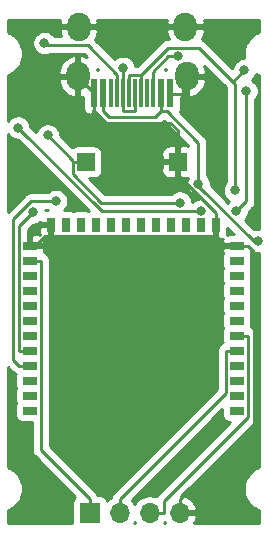
<source format=gbr>
%TF.GenerationSoftware,KiCad,Pcbnew,(5.1.2)-2*%
%TF.CreationDate,2020-08-26T23:28:28+08:00*%
%TF.ProjectId,wing-receiver-lite-rev2,77696e67-2d72-4656-9365-697665722d6c,rev?*%
%TF.SameCoordinates,Original*%
%TF.FileFunction,Copper,L2,Bot*%
%TF.FilePolarity,Positive*%
%FSLAX46Y46*%
G04 Gerber Fmt 4.6, Leading zero omitted, Abs format (unit mm)*
G04 Created by KiCad (PCBNEW (5.1.2)-2) date 2020-08-26 23:28:28*
%MOMM*%
%LPD*%
G04 APERTURE LIST*
%ADD10O,2.000000X2.400000*%
%ADD11R,0.600000X2.450000*%
%ADD12R,0.300000X2.450000*%
%ADD13R,1.500000X1.500000*%
%ADD14O,1.700000X1.700000*%
%ADD15R,1.700000X1.700000*%
%ADD16R,1.198880X0.698500*%
%ADD17R,0.698500X1.198880*%
%ADD18C,0.800000*%
%ADD19C,0.250000*%
%ADD20C,0.254000*%
%ADD21C,0.350000*%
%ADD22O,0.600000X1.200000*%
%ADD23O,0.600000X1.700000*%
G04 APERTURE END LIST*
D10*
X84299000Y-94233000D03*
X75263000Y-94233000D03*
X84401000Y-98413000D03*
D11*
X83006000Y-99828000D03*
D12*
X80531000Y-99828000D03*
X79031000Y-99828000D03*
X78031000Y-99828000D03*
D11*
X82231000Y-99828000D03*
D12*
X81031000Y-99828000D03*
X78531000Y-99828000D03*
D11*
X77331000Y-99828000D03*
X76556000Y-99828000D03*
D12*
X79531000Y-99828000D03*
X80031000Y-99828000D03*
D10*
X75163000Y-98413000D03*
D12*
X81531000Y-99828000D03*
D13*
X83656000Y-105664000D03*
X75856000Y-105664000D03*
D14*
X83820000Y-135382000D03*
X81280000Y-135382000D03*
X78740000Y-135382000D03*
D15*
X76200000Y-135382000D03*
D16*
X71120000Y-112776000D03*
X88646000Y-120396000D03*
X88646000Y-121666000D03*
D17*
X72898000Y-110998000D03*
D16*
X71120000Y-115316000D03*
X71120000Y-116586000D03*
X71120000Y-117856000D03*
X71120000Y-119126000D03*
X71120000Y-120396000D03*
X71120000Y-121666000D03*
X71120000Y-122936000D03*
X71120000Y-124206000D03*
X71120000Y-125476000D03*
X88646000Y-126746000D03*
X88646000Y-125476000D03*
X88646000Y-124206000D03*
X88646000Y-122936000D03*
X88646000Y-119126000D03*
X88646000Y-117856000D03*
X88646000Y-116586000D03*
X88646000Y-115316000D03*
X88646000Y-114046000D03*
X88646000Y-112776000D03*
D17*
X86868000Y-110998000D03*
X85598000Y-110998000D03*
X84328000Y-110998000D03*
X83058000Y-110998000D03*
X81788000Y-110998000D03*
X80518000Y-110998000D03*
X79248000Y-110998000D03*
X77978000Y-110998000D03*
X76708000Y-110998000D03*
X75438000Y-110998000D03*
X74168000Y-110998000D03*
D16*
X71120000Y-126746000D03*
X71120000Y-114046000D03*
D18*
X70140400Y-102760600D03*
X85611900Y-109795900D03*
X90418900Y-112356900D03*
X85393900Y-107521700D03*
X79031000Y-97712900D03*
X89286200Y-97900100D03*
X88489700Y-108085700D03*
X71365000Y-109949300D03*
X73317500Y-108994800D03*
X72357200Y-95607200D03*
X83625300Y-96724700D03*
X89452100Y-99671900D03*
X88601000Y-109868900D03*
X83827700Y-109114200D03*
X72643000Y-103428800D03*
D19*
X86868000Y-111922700D02*
X72898000Y-111922700D01*
X86868000Y-111810100D02*
X86868000Y-111922700D01*
X86868000Y-110998000D02*
X86868000Y-111810100D01*
X86868000Y-111922700D02*
X87721300Y-112776000D01*
X86868000Y-110535600D02*
X86868000Y-110998000D01*
X88646000Y-112776000D02*
X87721300Y-112776000D01*
X86868000Y-110535600D02*
X86868000Y-110073300D01*
X86868000Y-110073300D02*
X86868000Y-110026200D01*
X86868000Y-110026200D02*
X83656000Y-106814200D01*
X83656000Y-106814200D02*
X83656000Y-105664000D01*
X72898000Y-110998000D02*
X72898000Y-111922700D01*
X71582400Y-112776000D02*
X72435700Y-111922700D01*
X72435700Y-111922700D02*
X72898000Y-111922700D01*
X71120000Y-112776000D02*
X71582400Y-112776000D01*
X76556000Y-99828000D02*
X76556000Y-101378300D01*
X83656000Y-105664000D02*
X83656000Y-103007700D01*
X83656000Y-103007700D02*
X83017900Y-102369600D01*
X83017900Y-102369600D02*
X77547300Y-102369600D01*
X77547300Y-102369600D02*
X76556000Y-101378300D01*
X75463000Y-99175600D02*
X75903600Y-99175600D01*
X75903600Y-99175600D02*
X76556000Y-99828000D01*
X75463000Y-98413000D02*
X75463000Y-99175600D01*
X83820000Y-135382000D02*
X83820000Y-134206700D01*
X89570700Y-112776000D02*
X90085000Y-113290300D01*
X90085000Y-113290300D02*
X90085000Y-127941700D01*
X90085000Y-127941700D02*
X83820000Y-134206700D01*
X88646000Y-112776000D02*
X89570700Y-112776000D01*
X84101000Y-99938300D02*
X83116300Y-99938300D01*
X83116300Y-99938300D02*
X83006000Y-99828000D01*
X84101000Y-98413000D02*
X84101000Y-99938300D01*
X70140400Y-102760600D02*
X77224000Y-109844200D01*
X77224000Y-109844200D02*
X85563600Y-109844200D01*
X85563600Y-109844200D02*
X85611900Y-109795900D01*
X85393900Y-107521700D02*
X85393900Y-107691100D01*
X85393900Y-107691100D02*
X90059700Y-112356900D01*
X90059700Y-112356900D02*
X90418900Y-112356900D01*
X82231000Y-101378300D02*
X82710400Y-101378300D01*
X82710400Y-101378300D02*
X85393900Y-104061800D01*
X85393900Y-104061800D02*
X85393900Y-107521700D01*
X77331000Y-99828000D02*
X77331000Y-101378300D01*
X77331000Y-101378300D02*
X77822300Y-101869600D01*
X77822300Y-101869600D02*
X81739700Y-101869600D01*
X81739700Y-101869600D02*
X82231000Y-101378300D01*
X82231000Y-99828000D02*
X82231000Y-101378300D01*
X76200000Y-134206700D02*
X72044700Y-130051400D01*
X72044700Y-130051400D02*
X72044700Y-114046000D01*
X76200000Y-135382000D02*
X76200000Y-134206700D01*
X71120000Y-114046000D02*
X72044700Y-114046000D01*
X79031000Y-97712900D02*
X79031000Y-99828000D01*
X80031000Y-99828000D02*
X80031000Y-101378300D01*
X79031000Y-99828000D02*
X79031000Y-101378300D01*
X79031000Y-101378300D02*
X80031000Y-101378300D01*
X88310000Y-98876300D02*
X85432900Y-95999300D01*
X85432900Y-95999300D02*
X82809400Y-95999300D01*
X82809400Y-95999300D02*
X80531000Y-98277700D01*
X88489700Y-108085700D02*
X88489700Y-99056100D01*
X88489700Y-99056100D02*
X88310000Y-98876300D01*
X88310000Y-98876300D02*
X89286200Y-97900100D01*
X79531000Y-99828000D02*
X79531000Y-98277700D01*
X79531000Y-98277700D02*
X80531000Y-98277700D01*
X80531000Y-99828000D02*
X80531000Y-98277700D01*
X81280000Y-135382000D02*
X82455300Y-135382000D01*
X88646000Y-120396000D02*
X89570700Y-120396000D01*
X89570700Y-120396000D02*
X89570700Y-127279200D01*
X89570700Y-127279200D02*
X82455300Y-134394600D01*
X82455300Y-134394600D02*
X82455300Y-135382000D01*
X78740000Y-135382000D02*
X78740000Y-134206700D01*
X88646000Y-121666000D02*
X87721300Y-121666000D01*
X87721300Y-121666000D02*
X87721300Y-125225400D01*
X87721300Y-125225400D02*
X78740000Y-134206700D01*
X71120000Y-121666000D02*
X70195300Y-121666000D01*
X70195300Y-121666000D02*
X70195300Y-111119000D01*
X70195300Y-111119000D02*
X71365000Y-109949300D01*
X73317500Y-108994800D02*
X71234400Y-108994800D01*
X71234400Y-108994800D02*
X69717400Y-110511800D01*
X69717400Y-110511800D02*
X69717400Y-122458100D01*
X69717400Y-122458100D02*
X70195300Y-122936000D01*
X71120000Y-122936000D02*
X70195300Y-122936000D01*
X78531000Y-99828000D02*
X78531000Y-98277700D01*
X78531000Y-98277700D02*
X76021200Y-95767900D01*
X76021200Y-95767900D02*
X72517900Y-95767900D01*
X72517900Y-95767900D02*
X72357200Y-95607200D01*
X81531000Y-99828000D02*
X81531000Y-98023200D01*
X81531000Y-98023200D02*
X82829500Y-96724700D01*
X82829500Y-96724700D02*
X83625300Y-96724700D01*
X88601000Y-109868900D02*
X89452100Y-109017800D01*
X89452100Y-109017800D02*
X89452100Y-99671900D01*
X74780700Y-105664000D02*
X74780700Y-106739400D01*
X74780700Y-106739400D02*
X77155500Y-109114200D01*
X77155500Y-109114200D02*
X83827700Y-109114200D01*
X72643000Y-103428800D02*
X74780700Y-105566500D01*
X74780700Y-105566500D02*
X74780700Y-105664000D01*
X75856000Y-105664000D02*
X74780700Y-105664000D01*
D20*
G36*
X89928644Y-113274105D02*
G01*
X90117002Y-113352126D01*
X90316961Y-113391900D01*
X90501000Y-113391900D01*
X90501001Y-131522647D01*
X90478572Y-131529762D01*
X90421521Y-131554214D01*
X90364106Y-131577879D01*
X90355692Y-131582428D01*
X90138490Y-131701836D01*
X90087225Y-131736938D01*
X90035552Y-131771270D01*
X90028182Y-131777366D01*
X89838310Y-131936688D01*
X89794872Y-131981046D01*
X89750820Y-132024791D01*
X89744775Y-132032203D01*
X89589463Y-132225370D01*
X89555444Y-132277357D01*
X89520749Y-132328795D01*
X89516258Y-132337239D01*
X89401427Y-132556894D01*
X89378175Y-132614446D01*
X89354112Y-132671688D01*
X89351348Y-132680844D01*
X89351346Y-132680849D01*
X89351345Y-132680854D01*
X89281365Y-132918620D01*
X89269723Y-132979651D01*
X89257248Y-133040425D01*
X89256314Y-133049943D01*
X89233850Y-133296783D01*
X89234284Y-133358865D01*
X89233850Y-133420948D01*
X89234783Y-133430467D01*
X89260691Y-133676970D01*
X89273183Y-133737824D01*
X89284810Y-133798774D01*
X89287574Y-133807930D01*
X89360869Y-134044707D01*
X89384923Y-134101929D01*
X89408184Y-134159502D01*
X89412674Y-134167947D01*
X89530562Y-134385977D01*
X89565304Y-134437483D01*
X89599277Y-134489400D01*
X89605321Y-134496811D01*
X89763314Y-134687791D01*
X89807387Y-134731557D01*
X89850806Y-134775895D01*
X89858175Y-134781992D01*
X90050253Y-134938647D01*
X90101955Y-134972998D01*
X90153193Y-135008081D01*
X90161606Y-135012630D01*
X90380454Y-135128993D01*
X90437859Y-135152653D01*
X90494916Y-135177108D01*
X90501000Y-135178991D01*
X90501001Y-136221000D01*
X85040408Y-136221000D01*
X85164157Y-136013252D01*
X85261481Y-135738891D01*
X85140814Y-135509000D01*
X83947000Y-135509000D01*
X83947000Y-135529000D01*
X83693000Y-135529000D01*
X83693000Y-135509000D01*
X83673000Y-135509000D01*
X83673000Y-135255000D01*
X83693000Y-135255000D01*
X83693000Y-135235000D01*
X83947000Y-135235000D01*
X83947000Y-135255000D01*
X85140814Y-135255000D01*
X85261481Y-135025109D01*
X85164157Y-134750748D01*
X85015178Y-134500645D01*
X84820269Y-134284412D01*
X84586920Y-134110359D01*
X84324099Y-133985175D01*
X84176890Y-133940524D01*
X83947002Y-134061844D01*
X83947002Y-133977699D01*
X90081703Y-127842999D01*
X90110701Y-127819201D01*
X90205674Y-127703476D01*
X90276246Y-127571447D01*
X90319703Y-127428186D01*
X90330700Y-127316533D01*
X90330700Y-127316524D01*
X90334376Y-127279201D01*
X90330700Y-127241878D01*
X90330700Y-120433333D01*
X90334377Y-120396000D01*
X90319703Y-120247014D01*
X90276246Y-120103753D01*
X90205674Y-119971724D01*
X90110701Y-119855999D01*
X89994976Y-119761026D01*
X89862947Y-119690454D01*
X89845351Y-119685116D01*
X89871252Y-119599732D01*
X89883512Y-119475250D01*
X89883512Y-118776750D01*
X89871252Y-118652268D01*
X89834942Y-118532570D01*
X89812722Y-118491000D01*
X89834942Y-118449430D01*
X89871252Y-118329732D01*
X89883512Y-118205250D01*
X89883512Y-117506750D01*
X89871252Y-117382268D01*
X89834942Y-117262570D01*
X89812722Y-117221000D01*
X89834942Y-117179430D01*
X89871252Y-117059732D01*
X89883512Y-116935250D01*
X89883512Y-116236750D01*
X89871252Y-116112268D01*
X89834942Y-115992570D01*
X89812722Y-115951000D01*
X89834942Y-115909430D01*
X89871252Y-115789732D01*
X89883512Y-115665250D01*
X89883512Y-114966750D01*
X89871252Y-114842268D01*
X89834942Y-114722570D01*
X89812722Y-114681000D01*
X89834942Y-114639430D01*
X89871252Y-114519732D01*
X89883512Y-114395250D01*
X89883512Y-113696750D01*
X89871252Y-113572268D01*
X89834942Y-113452570D01*
X89812722Y-113411000D01*
X89834942Y-113369430D01*
X89871252Y-113249732D01*
X89872543Y-113236620D01*
X89928644Y-113274105D01*
X89928644Y-113274105D01*
G37*
X89928644Y-113274105D02*
X90117002Y-113352126D01*
X90316961Y-113391900D01*
X90501000Y-113391900D01*
X90501001Y-131522647D01*
X90478572Y-131529762D01*
X90421521Y-131554214D01*
X90364106Y-131577879D01*
X90355692Y-131582428D01*
X90138490Y-131701836D01*
X90087225Y-131736938D01*
X90035552Y-131771270D01*
X90028182Y-131777366D01*
X89838310Y-131936688D01*
X89794872Y-131981046D01*
X89750820Y-132024791D01*
X89744775Y-132032203D01*
X89589463Y-132225370D01*
X89555444Y-132277357D01*
X89520749Y-132328795D01*
X89516258Y-132337239D01*
X89401427Y-132556894D01*
X89378175Y-132614446D01*
X89354112Y-132671688D01*
X89351348Y-132680844D01*
X89351346Y-132680849D01*
X89351345Y-132680854D01*
X89281365Y-132918620D01*
X89269723Y-132979651D01*
X89257248Y-133040425D01*
X89256314Y-133049943D01*
X89233850Y-133296783D01*
X89234284Y-133358865D01*
X89233850Y-133420948D01*
X89234783Y-133430467D01*
X89260691Y-133676970D01*
X89273183Y-133737824D01*
X89284810Y-133798774D01*
X89287574Y-133807930D01*
X89360869Y-134044707D01*
X89384923Y-134101929D01*
X89408184Y-134159502D01*
X89412674Y-134167947D01*
X89530562Y-134385977D01*
X89565304Y-134437483D01*
X89599277Y-134489400D01*
X89605321Y-134496811D01*
X89763314Y-134687791D01*
X89807387Y-134731557D01*
X89850806Y-134775895D01*
X89858175Y-134781992D01*
X90050253Y-134938647D01*
X90101955Y-134972998D01*
X90153193Y-135008081D01*
X90161606Y-135012630D01*
X90380454Y-135128993D01*
X90437859Y-135152653D01*
X90494916Y-135177108D01*
X90501000Y-135178991D01*
X90501001Y-136221000D01*
X85040408Y-136221000D01*
X85164157Y-136013252D01*
X85261481Y-135738891D01*
X85140814Y-135509000D01*
X83947000Y-135509000D01*
X83947000Y-135529000D01*
X83693000Y-135529000D01*
X83693000Y-135509000D01*
X83673000Y-135509000D01*
X83673000Y-135255000D01*
X83693000Y-135255000D01*
X83693000Y-135235000D01*
X83947000Y-135235000D01*
X83947000Y-135255000D01*
X85140814Y-135255000D01*
X85261481Y-135025109D01*
X85164157Y-134750748D01*
X85015178Y-134500645D01*
X84820269Y-134284412D01*
X84586920Y-134110359D01*
X84324099Y-133985175D01*
X84176890Y-133940524D01*
X83947002Y-134061844D01*
X83947002Y-133977699D01*
X90081703Y-127842999D01*
X90110701Y-127819201D01*
X90205674Y-127703476D01*
X90276246Y-127571447D01*
X90319703Y-127428186D01*
X90330700Y-127316533D01*
X90330700Y-127316524D01*
X90334376Y-127279201D01*
X90330700Y-127241878D01*
X90330700Y-120433333D01*
X90334377Y-120396000D01*
X90319703Y-120247014D01*
X90276246Y-120103753D01*
X90205674Y-119971724D01*
X90110701Y-119855999D01*
X89994976Y-119761026D01*
X89862947Y-119690454D01*
X89845351Y-119685116D01*
X89871252Y-119599732D01*
X89883512Y-119475250D01*
X89883512Y-118776750D01*
X89871252Y-118652268D01*
X89834942Y-118532570D01*
X89812722Y-118491000D01*
X89834942Y-118449430D01*
X89871252Y-118329732D01*
X89883512Y-118205250D01*
X89883512Y-117506750D01*
X89871252Y-117382268D01*
X89834942Y-117262570D01*
X89812722Y-117221000D01*
X89834942Y-117179430D01*
X89871252Y-117059732D01*
X89883512Y-116935250D01*
X89883512Y-116236750D01*
X89871252Y-116112268D01*
X89834942Y-115992570D01*
X89812722Y-115951000D01*
X89834942Y-115909430D01*
X89871252Y-115789732D01*
X89883512Y-115665250D01*
X89883512Y-114966750D01*
X89871252Y-114842268D01*
X89834942Y-114722570D01*
X89812722Y-114681000D01*
X89834942Y-114639430D01*
X89871252Y-114519732D01*
X89883512Y-114395250D01*
X89883512Y-113696750D01*
X89871252Y-113572268D01*
X89834942Y-113452570D01*
X89812722Y-113411000D01*
X89834942Y-113369430D01*
X89871252Y-113249732D01*
X89872543Y-113236620D01*
X89928644Y-113274105D01*
G36*
X72072500Y-110871000D02*
G01*
X72771000Y-110871000D01*
X72771000Y-110851000D01*
X73025000Y-110851000D01*
X73025000Y-110871000D01*
X73045000Y-110871000D01*
X73045000Y-111125000D01*
X73025000Y-111125000D01*
X73025000Y-112073690D01*
X73183750Y-112232440D01*
X73247250Y-112235512D01*
X73371732Y-112223252D01*
X73491430Y-112186942D01*
X73533000Y-112164722D01*
X73574570Y-112186942D01*
X73694268Y-112223252D01*
X73818750Y-112235512D01*
X74517250Y-112235512D01*
X74641732Y-112223252D01*
X74761430Y-112186942D01*
X74803000Y-112164722D01*
X74844570Y-112186942D01*
X74964268Y-112223252D01*
X75088750Y-112235512D01*
X75787250Y-112235512D01*
X75911732Y-112223252D01*
X76031430Y-112186942D01*
X76073000Y-112164722D01*
X76114570Y-112186942D01*
X76234268Y-112223252D01*
X76358750Y-112235512D01*
X77057250Y-112235512D01*
X77181732Y-112223252D01*
X77301430Y-112186942D01*
X77343000Y-112164722D01*
X77384570Y-112186942D01*
X77504268Y-112223252D01*
X77628750Y-112235512D01*
X78327250Y-112235512D01*
X78451732Y-112223252D01*
X78571430Y-112186942D01*
X78613000Y-112164722D01*
X78654570Y-112186942D01*
X78774268Y-112223252D01*
X78898750Y-112235512D01*
X79597250Y-112235512D01*
X79721732Y-112223252D01*
X79841430Y-112186942D01*
X79883000Y-112164722D01*
X79924570Y-112186942D01*
X80044268Y-112223252D01*
X80168750Y-112235512D01*
X80867250Y-112235512D01*
X80991732Y-112223252D01*
X81111430Y-112186942D01*
X81153000Y-112164722D01*
X81194570Y-112186942D01*
X81314268Y-112223252D01*
X81438750Y-112235512D01*
X82137250Y-112235512D01*
X82261732Y-112223252D01*
X82381430Y-112186942D01*
X82423000Y-112164722D01*
X82464570Y-112186942D01*
X82584268Y-112223252D01*
X82708750Y-112235512D01*
X83407250Y-112235512D01*
X83531732Y-112223252D01*
X83651430Y-112186942D01*
X83693000Y-112164722D01*
X83734570Y-112186942D01*
X83854268Y-112223252D01*
X83978750Y-112235512D01*
X84677250Y-112235512D01*
X84801732Y-112223252D01*
X84921430Y-112186942D01*
X84963000Y-112164722D01*
X85004570Y-112186942D01*
X85124268Y-112223252D01*
X85248750Y-112235512D01*
X85947250Y-112235512D01*
X86071732Y-112223252D01*
X86191430Y-112186942D01*
X86233000Y-112164722D01*
X86274570Y-112186942D01*
X86394268Y-112223252D01*
X86518750Y-112235512D01*
X86582250Y-112232440D01*
X86741000Y-112073690D01*
X86741000Y-111125000D01*
X86721000Y-111125000D01*
X86721000Y-110871000D01*
X86741000Y-110871000D01*
X86741000Y-110851000D01*
X86995000Y-110851000D01*
X86995000Y-110871000D01*
X87015000Y-110871000D01*
X87015000Y-111125000D01*
X86995000Y-111125000D01*
X86995000Y-112073690D01*
X87153750Y-112232440D01*
X87217250Y-112235512D01*
X87341732Y-112223252D01*
X87455154Y-112188846D01*
X87420748Y-112302268D01*
X87408488Y-112426750D01*
X87411560Y-112490250D01*
X87570310Y-112649000D01*
X88519000Y-112649000D01*
X88519000Y-112629000D01*
X88773000Y-112629000D01*
X88773000Y-112649000D01*
X88793000Y-112649000D01*
X88793000Y-112903000D01*
X88773000Y-112903000D01*
X88773000Y-112923000D01*
X88519000Y-112923000D01*
X88519000Y-112903000D01*
X87570310Y-112903000D01*
X87411560Y-113061750D01*
X87408488Y-113125250D01*
X87420748Y-113249732D01*
X87457058Y-113369430D01*
X87479278Y-113411000D01*
X87457058Y-113452570D01*
X87420748Y-113572268D01*
X87408488Y-113696750D01*
X87408488Y-114395250D01*
X87420748Y-114519732D01*
X87457058Y-114639430D01*
X87479278Y-114681000D01*
X87457058Y-114722570D01*
X87420748Y-114842268D01*
X87408488Y-114966750D01*
X87408488Y-115665250D01*
X87420748Y-115789732D01*
X87457058Y-115909430D01*
X87479278Y-115951000D01*
X87457058Y-115992570D01*
X87420748Y-116112268D01*
X87408488Y-116236750D01*
X87408488Y-116935250D01*
X87420748Y-117059732D01*
X87457058Y-117179430D01*
X87479278Y-117221000D01*
X87457058Y-117262570D01*
X87420748Y-117382268D01*
X87408488Y-117506750D01*
X87408488Y-118205250D01*
X87420748Y-118329732D01*
X87457058Y-118449430D01*
X87479278Y-118491000D01*
X87457058Y-118532570D01*
X87420748Y-118652268D01*
X87408488Y-118776750D01*
X87408488Y-119475250D01*
X87420748Y-119599732D01*
X87457058Y-119719430D01*
X87479278Y-119761000D01*
X87457058Y-119802570D01*
X87420748Y-119922268D01*
X87408488Y-120046750D01*
X87408488Y-120745250D01*
X87420748Y-120869732D01*
X87446649Y-120955116D01*
X87429053Y-120960454D01*
X87297024Y-121031026D01*
X87181299Y-121125999D01*
X87086326Y-121241724D01*
X87015754Y-121373753D01*
X86972297Y-121517014D01*
X86957623Y-121666000D01*
X86961300Y-121703332D01*
X86961301Y-124910597D01*
X78228998Y-133642901D01*
X78200000Y-133666699D01*
X78176202Y-133695697D01*
X78176201Y-133695698D01*
X78105026Y-133782424D01*
X78034454Y-133914454D01*
X78013334Y-133984081D01*
X77990998Y-134057714D01*
X77986755Y-134100795D01*
X77910986Y-134141294D01*
X77684866Y-134326866D01*
X77660393Y-134356687D01*
X77639502Y-134287820D01*
X77580537Y-134177506D01*
X77501185Y-134080815D01*
X77404494Y-134001463D01*
X77294180Y-133942498D01*
X77174482Y-133906188D01*
X77050000Y-133893928D01*
X76894575Y-133893928D01*
X76834974Y-133782424D01*
X76763799Y-133695697D01*
X76740001Y-133666699D01*
X76711003Y-133642901D01*
X72804700Y-129736599D01*
X72804700Y-114083333D01*
X72808377Y-114046000D01*
X72793703Y-113897014D01*
X72750246Y-113753753D01*
X72679674Y-113621724D01*
X72584701Y-113505999D01*
X72468976Y-113411026D01*
X72336947Y-113340454D01*
X72319351Y-113335116D01*
X72345252Y-113249732D01*
X72357512Y-113125250D01*
X72354440Y-113061750D01*
X72195690Y-112903000D01*
X71247000Y-112903000D01*
X71247000Y-112923000D01*
X70993000Y-112923000D01*
X70993000Y-112903000D01*
X70973000Y-112903000D01*
X70973000Y-112649000D01*
X70993000Y-112649000D01*
X70993000Y-111950500D01*
X71247000Y-111950500D01*
X71247000Y-112649000D01*
X72195690Y-112649000D01*
X72354440Y-112490250D01*
X72357512Y-112426750D01*
X72345252Y-112302268D01*
X72310846Y-112188846D01*
X72424268Y-112223252D01*
X72548750Y-112235512D01*
X72612250Y-112232440D01*
X72771000Y-112073690D01*
X72771000Y-111125000D01*
X72072500Y-111125000D01*
X71913750Y-111283750D01*
X71910678Y-111597440D01*
X71922938Y-111721922D01*
X71957344Y-111835344D01*
X71843922Y-111800938D01*
X71719440Y-111788678D01*
X71405750Y-111791750D01*
X71247000Y-111950500D01*
X70993000Y-111950500D01*
X70955300Y-111912800D01*
X70955300Y-111433801D01*
X71404802Y-110984300D01*
X71466939Y-110984300D01*
X71666898Y-110944526D01*
X71855256Y-110866505D01*
X71982790Y-110781290D01*
X72072500Y-110871000D01*
X72072500Y-110871000D01*
G37*
X72072500Y-110871000D02*
X72771000Y-110871000D01*
X72771000Y-110851000D01*
X73025000Y-110851000D01*
X73025000Y-110871000D01*
X73045000Y-110871000D01*
X73045000Y-111125000D01*
X73025000Y-111125000D01*
X73025000Y-112073690D01*
X73183750Y-112232440D01*
X73247250Y-112235512D01*
X73371732Y-112223252D01*
X73491430Y-112186942D01*
X73533000Y-112164722D01*
X73574570Y-112186942D01*
X73694268Y-112223252D01*
X73818750Y-112235512D01*
X74517250Y-112235512D01*
X74641732Y-112223252D01*
X74761430Y-112186942D01*
X74803000Y-112164722D01*
X74844570Y-112186942D01*
X74964268Y-112223252D01*
X75088750Y-112235512D01*
X75787250Y-112235512D01*
X75911732Y-112223252D01*
X76031430Y-112186942D01*
X76073000Y-112164722D01*
X76114570Y-112186942D01*
X76234268Y-112223252D01*
X76358750Y-112235512D01*
X77057250Y-112235512D01*
X77181732Y-112223252D01*
X77301430Y-112186942D01*
X77343000Y-112164722D01*
X77384570Y-112186942D01*
X77504268Y-112223252D01*
X77628750Y-112235512D01*
X78327250Y-112235512D01*
X78451732Y-112223252D01*
X78571430Y-112186942D01*
X78613000Y-112164722D01*
X78654570Y-112186942D01*
X78774268Y-112223252D01*
X78898750Y-112235512D01*
X79597250Y-112235512D01*
X79721732Y-112223252D01*
X79841430Y-112186942D01*
X79883000Y-112164722D01*
X79924570Y-112186942D01*
X80044268Y-112223252D01*
X80168750Y-112235512D01*
X80867250Y-112235512D01*
X80991732Y-112223252D01*
X81111430Y-112186942D01*
X81153000Y-112164722D01*
X81194570Y-112186942D01*
X81314268Y-112223252D01*
X81438750Y-112235512D01*
X82137250Y-112235512D01*
X82261732Y-112223252D01*
X82381430Y-112186942D01*
X82423000Y-112164722D01*
X82464570Y-112186942D01*
X82584268Y-112223252D01*
X82708750Y-112235512D01*
X83407250Y-112235512D01*
X83531732Y-112223252D01*
X83651430Y-112186942D01*
X83693000Y-112164722D01*
X83734570Y-112186942D01*
X83854268Y-112223252D01*
X83978750Y-112235512D01*
X84677250Y-112235512D01*
X84801732Y-112223252D01*
X84921430Y-112186942D01*
X84963000Y-112164722D01*
X85004570Y-112186942D01*
X85124268Y-112223252D01*
X85248750Y-112235512D01*
X85947250Y-112235512D01*
X86071732Y-112223252D01*
X86191430Y-112186942D01*
X86233000Y-112164722D01*
X86274570Y-112186942D01*
X86394268Y-112223252D01*
X86518750Y-112235512D01*
X86582250Y-112232440D01*
X86741000Y-112073690D01*
X86741000Y-111125000D01*
X86721000Y-111125000D01*
X86721000Y-110871000D01*
X86741000Y-110871000D01*
X86741000Y-110851000D01*
X86995000Y-110851000D01*
X86995000Y-110871000D01*
X87015000Y-110871000D01*
X87015000Y-111125000D01*
X86995000Y-111125000D01*
X86995000Y-112073690D01*
X87153750Y-112232440D01*
X87217250Y-112235512D01*
X87341732Y-112223252D01*
X87455154Y-112188846D01*
X87420748Y-112302268D01*
X87408488Y-112426750D01*
X87411560Y-112490250D01*
X87570310Y-112649000D01*
X88519000Y-112649000D01*
X88519000Y-112629000D01*
X88773000Y-112629000D01*
X88773000Y-112649000D01*
X88793000Y-112649000D01*
X88793000Y-112903000D01*
X88773000Y-112903000D01*
X88773000Y-112923000D01*
X88519000Y-112923000D01*
X88519000Y-112903000D01*
X87570310Y-112903000D01*
X87411560Y-113061750D01*
X87408488Y-113125250D01*
X87420748Y-113249732D01*
X87457058Y-113369430D01*
X87479278Y-113411000D01*
X87457058Y-113452570D01*
X87420748Y-113572268D01*
X87408488Y-113696750D01*
X87408488Y-114395250D01*
X87420748Y-114519732D01*
X87457058Y-114639430D01*
X87479278Y-114681000D01*
X87457058Y-114722570D01*
X87420748Y-114842268D01*
X87408488Y-114966750D01*
X87408488Y-115665250D01*
X87420748Y-115789732D01*
X87457058Y-115909430D01*
X87479278Y-115951000D01*
X87457058Y-115992570D01*
X87420748Y-116112268D01*
X87408488Y-116236750D01*
X87408488Y-116935250D01*
X87420748Y-117059732D01*
X87457058Y-117179430D01*
X87479278Y-117221000D01*
X87457058Y-117262570D01*
X87420748Y-117382268D01*
X87408488Y-117506750D01*
X87408488Y-118205250D01*
X87420748Y-118329732D01*
X87457058Y-118449430D01*
X87479278Y-118491000D01*
X87457058Y-118532570D01*
X87420748Y-118652268D01*
X87408488Y-118776750D01*
X87408488Y-119475250D01*
X87420748Y-119599732D01*
X87457058Y-119719430D01*
X87479278Y-119761000D01*
X87457058Y-119802570D01*
X87420748Y-119922268D01*
X87408488Y-120046750D01*
X87408488Y-120745250D01*
X87420748Y-120869732D01*
X87446649Y-120955116D01*
X87429053Y-120960454D01*
X87297024Y-121031026D01*
X87181299Y-121125999D01*
X87086326Y-121241724D01*
X87015754Y-121373753D01*
X86972297Y-121517014D01*
X86957623Y-121666000D01*
X86961300Y-121703332D01*
X86961301Y-124910597D01*
X78228998Y-133642901D01*
X78200000Y-133666699D01*
X78176202Y-133695697D01*
X78176201Y-133695698D01*
X78105026Y-133782424D01*
X78034454Y-133914454D01*
X78013334Y-133984081D01*
X77990998Y-134057714D01*
X77986755Y-134100795D01*
X77910986Y-134141294D01*
X77684866Y-134326866D01*
X77660393Y-134356687D01*
X77639502Y-134287820D01*
X77580537Y-134177506D01*
X77501185Y-134080815D01*
X77404494Y-134001463D01*
X77294180Y-133942498D01*
X77174482Y-133906188D01*
X77050000Y-133893928D01*
X76894575Y-133893928D01*
X76834974Y-133782424D01*
X76763799Y-133695697D01*
X76740001Y-133666699D01*
X76711003Y-133642901D01*
X72804700Y-129736599D01*
X72804700Y-114083333D01*
X72808377Y-114046000D01*
X72793703Y-113897014D01*
X72750246Y-113753753D01*
X72679674Y-113621724D01*
X72584701Y-113505999D01*
X72468976Y-113411026D01*
X72336947Y-113340454D01*
X72319351Y-113335116D01*
X72345252Y-113249732D01*
X72357512Y-113125250D01*
X72354440Y-113061750D01*
X72195690Y-112903000D01*
X71247000Y-112903000D01*
X71247000Y-112923000D01*
X70993000Y-112923000D01*
X70993000Y-112903000D01*
X70973000Y-112903000D01*
X70973000Y-112649000D01*
X70993000Y-112649000D01*
X70993000Y-111950500D01*
X71247000Y-111950500D01*
X71247000Y-112649000D01*
X72195690Y-112649000D01*
X72354440Y-112490250D01*
X72357512Y-112426750D01*
X72345252Y-112302268D01*
X72310846Y-112188846D01*
X72424268Y-112223252D01*
X72548750Y-112235512D01*
X72612250Y-112232440D01*
X72771000Y-112073690D01*
X72771000Y-111125000D01*
X72072500Y-111125000D01*
X71913750Y-111283750D01*
X71910678Y-111597440D01*
X71922938Y-111721922D01*
X71957344Y-111835344D01*
X71843922Y-111800938D01*
X71719440Y-111788678D01*
X71405750Y-111791750D01*
X71247000Y-111950500D01*
X70993000Y-111950500D01*
X70955300Y-111912800D01*
X70955300Y-111433801D01*
X71404802Y-110984300D01*
X71466939Y-110984300D01*
X71666898Y-110944526D01*
X71855256Y-110866505D01*
X71982790Y-110781290D01*
X72072500Y-110871000D01*
G36*
X87729701Y-99370805D02*
G01*
X87729700Y-107381989D01*
X87685763Y-107425926D01*
X87572495Y-107595444D01*
X87494474Y-107783802D01*
X87454700Y-107983761D01*
X87454700Y-108187639D01*
X87494474Y-108387598D01*
X87572495Y-108575956D01*
X87685763Y-108745474D01*
X87829926Y-108889637D01*
X87999444Y-109002905D01*
X88020839Y-109011767D01*
X87941226Y-109064963D01*
X87891895Y-109114294D01*
X86424311Y-107646710D01*
X86428900Y-107623639D01*
X86428900Y-107419761D01*
X86389126Y-107219802D01*
X86311105Y-107031444D01*
X86197837Y-106861926D01*
X86153900Y-106817989D01*
X86153900Y-104099122D01*
X86157576Y-104061799D01*
X86153900Y-104024476D01*
X86153900Y-104024467D01*
X86142903Y-103912814D01*
X86099446Y-103769553D01*
X86028875Y-103637525D01*
X86028874Y-103637523D01*
X85957699Y-103550797D01*
X85933901Y-103521799D01*
X85904904Y-103498002D01*
X83826557Y-101419655D01*
X83836537Y-101407494D01*
X83895502Y-101297180D01*
X83931812Y-101177482D01*
X83944072Y-101053000D01*
X83941236Y-100185976D01*
X83947673Y-100188535D01*
X84020566Y-100203124D01*
X84274000Y-100083777D01*
X84274000Y-98540000D01*
X84528000Y-98540000D01*
X84528000Y-100083777D01*
X84781434Y-100203124D01*
X84854327Y-100188535D01*
X85152988Y-100069822D01*
X85422751Y-99895124D01*
X85653248Y-99671155D01*
X85835622Y-99406521D01*
X85962864Y-99111393D01*
X86030085Y-98797112D01*
X85880080Y-98540000D01*
X84528000Y-98540000D01*
X84274000Y-98540000D01*
X84254000Y-98540000D01*
X84254000Y-98286000D01*
X84274000Y-98286000D01*
X84274000Y-98266000D01*
X84528000Y-98266000D01*
X84528000Y-98286000D01*
X85880080Y-98286000D01*
X86030085Y-98028888D01*
X85962864Y-97714607D01*
X85879058Y-97520226D01*
X87729701Y-99370805D01*
X87729701Y-99370805D01*
G37*
X87729701Y-99370805D02*
X87729700Y-107381989D01*
X87685763Y-107425926D01*
X87572495Y-107595444D01*
X87494474Y-107783802D01*
X87454700Y-107983761D01*
X87454700Y-108187639D01*
X87494474Y-108387598D01*
X87572495Y-108575956D01*
X87685763Y-108745474D01*
X87829926Y-108889637D01*
X87999444Y-109002905D01*
X88020839Y-109011767D01*
X87941226Y-109064963D01*
X87891895Y-109114294D01*
X86424311Y-107646710D01*
X86428900Y-107623639D01*
X86428900Y-107419761D01*
X86389126Y-107219802D01*
X86311105Y-107031444D01*
X86197837Y-106861926D01*
X86153900Y-106817989D01*
X86153900Y-104099122D01*
X86157576Y-104061799D01*
X86153900Y-104024476D01*
X86153900Y-104024467D01*
X86142903Y-103912814D01*
X86099446Y-103769553D01*
X86028875Y-103637525D01*
X86028874Y-103637523D01*
X85957699Y-103550797D01*
X85933901Y-103521799D01*
X85904904Y-103498002D01*
X83826557Y-101419655D01*
X83836537Y-101407494D01*
X83895502Y-101297180D01*
X83931812Y-101177482D01*
X83944072Y-101053000D01*
X83941236Y-100185976D01*
X83947673Y-100188535D01*
X84020566Y-100203124D01*
X84274000Y-100083777D01*
X84274000Y-98540000D01*
X84528000Y-98540000D01*
X84528000Y-100083777D01*
X84781434Y-100203124D01*
X84854327Y-100188535D01*
X85152988Y-100069822D01*
X85422751Y-99895124D01*
X85653248Y-99671155D01*
X85835622Y-99406521D01*
X85962864Y-99111393D01*
X86030085Y-98797112D01*
X85880080Y-98540000D01*
X84528000Y-98540000D01*
X84274000Y-98540000D01*
X84254000Y-98540000D01*
X84254000Y-98286000D01*
X84274000Y-98286000D01*
X84274000Y-98266000D01*
X84528000Y-98266000D01*
X84528000Y-98286000D01*
X85880080Y-98286000D01*
X86030085Y-98028888D01*
X85962864Y-97714607D01*
X85879058Y-97520226D01*
X87729701Y-99370805D01*
G36*
X73633915Y-93848888D02*
G01*
X73783920Y-94106000D01*
X75136000Y-94106000D01*
X75136000Y-94086000D01*
X75390000Y-94086000D01*
X75390000Y-94106000D01*
X76742080Y-94106000D01*
X76892085Y-93848888D01*
X76849331Y-93649000D01*
X82712669Y-93649000D01*
X82669915Y-93848888D01*
X82819920Y-94106000D01*
X84172000Y-94106000D01*
X84172000Y-94086000D01*
X84426000Y-94086000D01*
X84426000Y-94106000D01*
X85778080Y-94106000D01*
X85928085Y-93848888D01*
X85885331Y-93649000D01*
X90501001Y-93649000D01*
X90501000Y-94692647D01*
X90478572Y-94699762D01*
X90421521Y-94724214D01*
X90364106Y-94747879D01*
X90355692Y-94752428D01*
X90138490Y-94871836D01*
X90087225Y-94906938D01*
X90035552Y-94941270D01*
X90028182Y-94947366D01*
X89838310Y-95106688D01*
X89794872Y-95151046D01*
X89750820Y-95194791D01*
X89744775Y-95202203D01*
X89589463Y-95395370D01*
X89555444Y-95447357D01*
X89520749Y-95498795D01*
X89516258Y-95507239D01*
X89401427Y-95726894D01*
X89378175Y-95784446D01*
X89354112Y-95841688D01*
X89351348Y-95850844D01*
X89351346Y-95850849D01*
X89351345Y-95850854D01*
X89281365Y-96088620D01*
X89269723Y-96149651D01*
X89257248Y-96210425D01*
X89256314Y-96219943D01*
X89233850Y-96466783D01*
X89234284Y-96528865D01*
X89233850Y-96590948D01*
X89234783Y-96600467D01*
X89260691Y-96846970D01*
X89264413Y-96865100D01*
X89184261Y-96865100D01*
X88984302Y-96904874D01*
X88795944Y-96982895D01*
X88626426Y-97096163D01*
X88482263Y-97240326D01*
X88368995Y-97409844D01*
X88290974Y-97598202D01*
X88260398Y-97751917D01*
X85996700Y-95488298D01*
X85972901Y-95459299D01*
X85857176Y-95364326D01*
X85857169Y-95364322D01*
X85857165Y-95364319D01*
X85804686Y-95336269D01*
X85725147Y-95293754D01*
X85725139Y-95293751D01*
X85725134Y-95293749D01*
X85693834Y-95284255D01*
X85733622Y-95226521D01*
X85860864Y-94931393D01*
X85928085Y-94617112D01*
X85778080Y-94360000D01*
X84426000Y-94360000D01*
X84426000Y-94380000D01*
X84172000Y-94380000D01*
X84172000Y-94360000D01*
X82819920Y-94360000D01*
X82669915Y-94617112D01*
X82737136Y-94931393D01*
X82864378Y-95226521D01*
X82873185Y-95239300D01*
X82846722Y-95239300D01*
X82809399Y-95235624D01*
X82772076Y-95239300D01*
X82772067Y-95239300D01*
X82660414Y-95250297D01*
X82517153Y-95293754D01*
X82385124Y-95364326D01*
X82269399Y-95459299D01*
X82245601Y-95488297D01*
X80216199Y-97517700D01*
X80047449Y-97517700D01*
X80026226Y-97411002D01*
X79948205Y-97222644D01*
X79834937Y-97053126D01*
X79690774Y-96908963D01*
X79521256Y-96795695D01*
X79332898Y-96717674D01*
X79132939Y-96677900D01*
X78929061Y-96677900D01*
X78729102Y-96717674D01*
X78540744Y-96795695D01*
X78371226Y-96908963D01*
X78304145Y-96976044D01*
X76639280Y-95311179D01*
X76697622Y-95226521D01*
X76824864Y-94931393D01*
X76892085Y-94617112D01*
X76742080Y-94360000D01*
X75390000Y-94360000D01*
X75390000Y-94380000D01*
X75136000Y-94380000D01*
X75136000Y-94360000D01*
X73783920Y-94360000D01*
X73633915Y-94617112D01*
X73701136Y-94931393D01*
X73734121Y-95007900D01*
X73201544Y-95007900D01*
X73161137Y-94947426D01*
X73016974Y-94803263D01*
X72847456Y-94689995D01*
X72659098Y-94611974D01*
X72459139Y-94572200D01*
X72255261Y-94572200D01*
X72055302Y-94611974D01*
X71866944Y-94689995D01*
X71697426Y-94803263D01*
X71553263Y-94947426D01*
X71439995Y-95116944D01*
X71361974Y-95305302D01*
X71322200Y-95505261D01*
X71322200Y-95709139D01*
X71361974Y-95909098D01*
X71439995Y-96097456D01*
X71553263Y-96266974D01*
X71697426Y-96411137D01*
X71866944Y-96524405D01*
X72055302Y-96602426D01*
X72255261Y-96642200D01*
X72459139Y-96642200D01*
X72659098Y-96602426D01*
X72839018Y-96527900D01*
X75706399Y-96527900D01*
X75970858Y-96792359D01*
X75914988Y-96756178D01*
X75616327Y-96637465D01*
X75543434Y-96622876D01*
X75290000Y-96742223D01*
X75290000Y-98286000D01*
X75310000Y-98286000D01*
X75310000Y-98540000D01*
X75290000Y-98540000D01*
X75290000Y-100083777D01*
X75543434Y-100203124D01*
X75616327Y-100188535D01*
X75620761Y-100186772D01*
X75617928Y-101053000D01*
X75630188Y-101177482D01*
X75666498Y-101297180D01*
X75725463Y-101407494D01*
X75804815Y-101504185D01*
X75901506Y-101583537D01*
X76011820Y-101642502D01*
X76131518Y-101678812D01*
X76256000Y-101691072D01*
X76270250Y-101688000D01*
X76429000Y-101529250D01*
X76429000Y-101255980D01*
X76441498Y-101297180D01*
X76500463Y-101407494D01*
X76579710Y-101504057D01*
X76581998Y-101527286D01*
X76582594Y-101529250D01*
X76625454Y-101670546D01*
X76696026Y-101802576D01*
X76729526Y-101843395D01*
X76791000Y-101918301D01*
X76819998Y-101942099D01*
X77258496Y-102380597D01*
X77282299Y-102409601D01*
X77342129Y-102458702D01*
X77398023Y-102504574D01*
X77530053Y-102575146D01*
X77673314Y-102618603D01*
X77784967Y-102629600D01*
X77784976Y-102629600D01*
X77822299Y-102633276D01*
X77859622Y-102629600D01*
X81702378Y-102629600D01*
X81739700Y-102633276D01*
X81777022Y-102629600D01*
X81777033Y-102629600D01*
X81888686Y-102618603D01*
X82031947Y-102575146D01*
X82163976Y-102504574D01*
X82279701Y-102409601D01*
X82303504Y-102380597D01*
X82470700Y-102213401D01*
X84552019Y-104294721D01*
X84530482Y-104288188D01*
X84406000Y-104275928D01*
X83941750Y-104279000D01*
X83783000Y-104437750D01*
X83783000Y-105537000D01*
X83803000Y-105537000D01*
X83803000Y-105791000D01*
X83783000Y-105791000D01*
X83783000Y-106890250D01*
X83941750Y-107049000D01*
X84406000Y-107052072D01*
X84470794Y-107045691D01*
X84398674Y-107219802D01*
X84358900Y-107419761D01*
X84358900Y-107623639D01*
X84398674Y-107823598D01*
X84476695Y-108011956D01*
X84589963Y-108181474D01*
X84734126Y-108325637D01*
X84903644Y-108438905D01*
X85092002Y-108516926D01*
X85158066Y-108530067D01*
X85408984Y-108780985D01*
X85310002Y-108800674D01*
X85121644Y-108878695D01*
X84952126Y-108991963D01*
X84862700Y-109081389D01*
X84862700Y-109012261D01*
X84822926Y-108812302D01*
X84744905Y-108623944D01*
X84631637Y-108454426D01*
X84487474Y-108310263D01*
X84317956Y-108196995D01*
X84129598Y-108118974D01*
X83929639Y-108079200D01*
X83725761Y-108079200D01*
X83525802Y-108118974D01*
X83337444Y-108196995D01*
X83167926Y-108310263D01*
X83123989Y-108354200D01*
X77470302Y-108354200D01*
X76168173Y-107052072D01*
X76606000Y-107052072D01*
X76730482Y-107039812D01*
X76850180Y-107003502D01*
X76960494Y-106944537D01*
X77057185Y-106865185D01*
X77136537Y-106768494D01*
X77195502Y-106658180D01*
X77231812Y-106538482D01*
X77244072Y-106414000D01*
X82267928Y-106414000D01*
X82280188Y-106538482D01*
X82316498Y-106658180D01*
X82375463Y-106768494D01*
X82454815Y-106865185D01*
X82551506Y-106944537D01*
X82661820Y-107003502D01*
X82781518Y-107039812D01*
X82906000Y-107052072D01*
X83370250Y-107049000D01*
X83529000Y-106890250D01*
X83529000Y-105791000D01*
X82429750Y-105791000D01*
X82271000Y-105949750D01*
X82267928Y-106414000D01*
X77244072Y-106414000D01*
X77244072Y-104914000D01*
X82267928Y-104914000D01*
X82271000Y-105378250D01*
X82429750Y-105537000D01*
X83529000Y-105537000D01*
X83529000Y-104437750D01*
X83370250Y-104279000D01*
X82906000Y-104275928D01*
X82781518Y-104288188D01*
X82661820Y-104324498D01*
X82551506Y-104383463D01*
X82454815Y-104462815D01*
X82375463Y-104559506D01*
X82316498Y-104669820D01*
X82280188Y-104789518D01*
X82267928Y-104914000D01*
X77244072Y-104914000D01*
X77231812Y-104789518D01*
X77195502Y-104669820D01*
X77136537Y-104559506D01*
X77057185Y-104462815D01*
X76960494Y-104383463D01*
X76850180Y-104324498D01*
X76730482Y-104288188D01*
X76606000Y-104275928D01*
X75106000Y-104275928D01*
X74981518Y-104288188D01*
X74861820Y-104324498D01*
X74751506Y-104383463D01*
X74708093Y-104419091D01*
X73678000Y-103388999D01*
X73678000Y-103326861D01*
X73638226Y-103126902D01*
X73560205Y-102938544D01*
X73446937Y-102769026D01*
X73302774Y-102624863D01*
X73133256Y-102511595D01*
X72944898Y-102433574D01*
X72744939Y-102393800D01*
X72541061Y-102393800D01*
X72341102Y-102433574D01*
X72152744Y-102511595D01*
X71983226Y-102624863D01*
X71839063Y-102769026D01*
X71725795Y-102938544D01*
X71647774Y-103126902D01*
X71636779Y-103182178D01*
X71175400Y-102720799D01*
X71175400Y-102658661D01*
X71135626Y-102458702D01*
X71057605Y-102270344D01*
X70944337Y-102100826D01*
X70800174Y-101956663D01*
X70630656Y-101843395D01*
X70442298Y-101765374D01*
X70242339Y-101725600D01*
X70038461Y-101725600D01*
X69838502Y-101765374D01*
X69650144Y-101843395D01*
X69480626Y-101956663D01*
X69336463Y-102100826D01*
X69265000Y-102207778D01*
X69265000Y-98797112D01*
X73533915Y-98797112D01*
X73601136Y-99111393D01*
X73728378Y-99406521D01*
X73910752Y-99671155D01*
X74141249Y-99895124D01*
X74411012Y-100069822D01*
X74709673Y-100188535D01*
X74782566Y-100203124D01*
X75036000Y-100083777D01*
X75036000Y-98540000D01*
X73683920Y-98540000D01*
X73533915Y-98797112D01*
X69265000Y-98797112D01*
X69265000Y-98347353D01*
X69287428Y-98340238D01*
X69344479Y-98315786D01*
X69401894Y-98292121D01*
X69410308Y-98287572D01*
X69627510Y-98168164D01*
X69678757Y-98133074D01*
X69730449Y-98098730D01*
X69737818Y-98092634D01*
X69813787Y-98028888D01*
X73533915Y-98028888D01*
X73683920Y-98286000D01*
X75036000Y-98286000D01*
X75036000Y-96742223D01*
X74782566Y-96622876D01*
X74709673Y-96637465D01*
X74411012Y-96756178D01*
X74141249Y-96930876D01*
X73910752Y-97154845D01*
X73728378Y-97419479D01*
X73601136Y-97714607D01*
X73533915Y-98028888D01*
X69813787Y-98028888D01*
X69927691Y-97933312D01*
X69971183Y-97888899D01*
X70015180Y-97845208D01*
X70021226Y-97837797D01*
X70176537Y-97644630D01*
X70210544Y-97592661D01*
X70245251Y-97541206D01*
X70249737Y-97532769D01*
X70249740Y-97532764D01*
X70249742Y-97532759D01*
X70364573Y-97313106D01*
X70387830Y-97255543D01*
X70411888Y-97198312D01*
X70414653Y-97189156D01*
X70484635Y-96951379D01*
X70496275Y-96890362D01*
X70508752Y-96829575D01*
X70509686Y-96820057D01*
X70532150Y-96573217D01*
X70531716Y-96511134D01*
X70532150Y-96449052D01*
X70531217Y-96439534D01*
X70505309Y-96193030D01*
X70492817Y-96132176D01*
X70481190Y-96071226D01*
X70478426Y-96062070D01*
X70405131Y-95825294D01*
X70381082Y-95768084D01*
X70357816Y-95710498D01*
X70353326Y-95702053D01*
X70235438Y-95484023D01*
X70200707Y-95432532D01*
X70166723Y-95380600D01*
X70160679Y-95373188D01*
X70002686Y-95182209D01*
X69958633Y-95138462D01*
X69915194Y-95094104D01*
X69907825Y-95088008D01*
X69715747Y-94931353D01*
X69664044Y-94897002D01*
X69612807Y-94861919D01*
X69604393Y-94857370D01*
X69385546Y-94741007D01*
X69328141Y-94717347D01*
X69271084Y-94692892D01*
X69265000Y-94691009D01*
X69265000Y-93649000D01*
X73676669Y-93649000D01*
X73633915Y-93848888D01*
X73633915Y-93848888D01*
G37*
X73633915Y-93848888D02*
X73783920Y-94106000D01*
X75136000Y-94106000D01*
X75136000Y-94086000D01*
X75390000Y-94086000D01*
X75390000Y-94106000D01*
X76742080Y-94106000D01*
X76892085Y-93848888D01*
X76849331Y-93649000D01*
X82712669Y-93649000D01*
X82669915Y-93848888D01*
X82819920Y-94106000D01*
X84172000Y-94106000D01*
X84172000Y-94086000D01*
X84426000Y-94086000D01*
X84426000Y-94106000D01*
X85778080Y-94106000D01*
X85928085Y-93848888D01*
X85885331Y-93649000D01*
X90501001Y-93649000D01*
X90501000Y-94692647D01*
X90478572Y-94699762D01*
X90421521Y-94724214D01*
X90364106Y-94747879D01*
X90355692Y-94752428D01*
X90138490Y-94871836D01*
X90087225Y-94906938D01*
X90035552Y-94941270D01*
X90028182Y-94947366D01*
X89838310Y-95106688D01*
X89794872Y-95151046D01*
X89750820Y-95194791D01*
X89744775Y-95202203D01*
X89589463Y-95395370D01*
X89555444Y-95447357D01*
X89520749Y-95498795D01*
X89516258Y-95507239D01*
X89401427Y-95726894D01*
X89378175Y-95784446D01*
X89354112Y-95841688D01*
X89351348Y-95850844D01*
X89351346Y-95850849D01*
X89351345Y-95850854D01*
X89281365Y-96088620D01*
X89269723Y-96149651D01*
X89257248Y-96210425D01*
X89256314Y-96219943D01*
X89233850Y-96466783D01*
X89234284Y-96528865D01*
X89233850Y-96590948D01*
X89234783Y-96600467D01*
X89260691Y-96846970D01*
X89264413Y-96865100D01*
X89184261Y-96865100D01*
X88984302Y-96904874D01*
X88795944Y-96982895D01*
X88626426Y-97096163D01*
X88482263Y-97240326D01*
X88368995Y-97409844D01*
X88290974Y-97598202D01*
X88260398Y-97751917D01*
X85996700Y-95488298D01*
X85972901Y-95459299D01*
X85857176Y-95364326D01*
X85857169Y-95364322D01*
X85857165Y-95364319D01*
X85804686Y-95336269D01*
X85725147Y-95293754D01*
X85725139Y-95293751D01*
X85725134Y-95293749D01*
X85693834Y-95284255D01*
X85733622Y-95226521D01*
X85860864Y-94931393D01*
X85928085Y-94617112D01*
X85778080Y-94360000D01*
X84426000Y-94360000D01*
X84426000Y-94380000D01*
X84172000Y-94380000D01*
X84172000Y-94360000D01*
X82819920Y-94360000D01*
X82669915Y-94617112D01*
X82737136Y-94931393D01*
X82864378Y-95226521D01*
X82873185Y-95239300D01*
X82846722Y-95239300D01*
X82809399Y-95235624D01*
X82772076Y-95239300D01*
X82772067Y-95239300D01*
X82660414Y-95250297D01*
X82517153Y-95293754D01*
X82385124Y-95364326D01*
X82269399Y-95459299D01*
X82245601Y-95488297D01*
X80216199Y-97517700D01*
X80047449Y-97517700D01*
X80026226Y-97411002D01*
X79948205Y-97222644D01*
X79834937Y-97053126D01*
X79690774Y-96908963D01*
X79521256Y-96795695D01*
X79332898Y-96717674D01*
X79132939Y-96677900D01*
X78929061Y-96677900D01*
X78729102Y-96717674D01*
X78540744Y-96795695D01*
X78371226Y-96908963D01*
X78304145Y-96976044D01*
X76639280Y-95311179D01*
X76697622Y-95226521D01*
X76824864Y-94931393D01*
X76892085Y-94617112D01*
X76742080Y-94360000D01*
X75390000Y-94360000D01*
X75390000Y-94380000D01*
X75136000Y-94380000D01*
X75136000Y-94360000D01*
X73783920Y-94360000D01*
X73633915Y-94617112D01*
X73701136Y-94931393D01*
X73734121Y-95007900D01*
X73201544Y-95007900D01*
X73161137Y-94947426D01*
X73016974Y-94803263D01*
X72847456Y-94689995D01*
X72659098Y-94611974D01*
X72459139Y-94572200D01*
X72255261Y-94572200D01*
X72055302Y-94611974D01*
X71866944Y-94689995D01*
X71697426Y-94803263D01*
X71553263Y-94947426D01*
X71439995Y-95116944D01*
X71361974Y-95305302D01*
X71322200Y-95505261D01*
X71322200Y-95709139D01*
X71361974Y-95909098D01*
X71439995Y-96097456D01*
X71553263Y-96266974D01*
X71697426Y-96411137D01*
X71866944Y-96524405D01*
X72055302Y-96602426D01*
X72255261Y-96642200D01*
X72459139Y-96642200D01*
X72659098Y-96602426D01*
X72839018Y-96527900D01*
X75706399Y-96527900D01*
X75970858Y-96792359D01*
X75914988Y-96756178D01*
X75616327Y-96637465D01*
X75543434Y-96622876D01*
X75290000Y-96742223D01*
X75290000Y-98286000D01*
X75310000Y-98286000D01*
X75310000Y-98540000D01*
X75290000Y-98540000D01*
X75290000Y-100083777D01*
X75543434Y-100203124D01*
X75616327Y-100188535D01*
X75620761Y-100186772D01*
X75617928Y-101053000D01*
X75630188Y-101177482D01*
X75666498Y-101297180D01*
X75725463Y-101407494D01*
X75804815Y-101504185D01*
X75901506Y-101583537D01*
X76011820Y-101642502D01*
X76131518Y-101678812D01*
X76256000Y-101691072D01*
X76270250Y-101688000D01*
X76429000Y-101529250D01*
X76429000Y-101255980D01*
X76441498Y-101297180D01*
X76500463Y-101407494D01*
X76579710Y-101504057D01*
X76581998Y-101527286D01*
X76582594Y-101529250D01*
X76625454Y-101670546D01*
X76696026Y-101802576D01*
X76729526Y-101843395D01*
X76791000Y-101918301D01*
X76819998Y-101942099D01*
X77258496Y-102380597D01*
X77282299Y-102409601D01*
X77342129Y-102458702D01*
X77398023Y-102504574D01*
X77530053Y-102575146D01*
X77673314Y-102618603D01*
X77784967Y-102629600D01*
X77784976Y-102629600D01*
X77822299Y-102633276D01*
X77859622Y-102629600D01*
X81702378Y-102629600D01*
X81739700Y-102633276D01*
X81777022Y-102629600D01*
X81777033Y-102629600D01*
X81888686Y-102618603D01*
X82031947Y-102575146D01*
X82163976Y-102504574D01*
X82279701Y-102409601D01*
X82303504Y-102380597D01*
X82470700Y-102213401D01*
X84552019Y-104294721D01*
X84530482Y-104288188D01*
X84406000Y-104275928D01*
X83941750Y-104279000D01*
X83783000Y-104437750D01*
X83783000Y-105537000D01*
X83803000Y-105537000D01*
X83803000Y-105791000D01*
X83783000Y-105791000D01*
X83783000Y-106890250D01*
X83941750Y-107049000D01*
X84406000Y-107052072D01*
X84470794Y-107045691D01*
X84398674Y-107219802D01*
X84358900Y-107419761D01*
X84358900Y-107623639D01*
X84398674Y-107823598D01*
X84476695Y-108011956D01*
X84589963Y-108181474D01*
X84734126Y-108325637D01*
X84903644Y-108438905D01*
X85092002Y-108516926D01*
X85158066Y-108530067D01*
X85408984Y-108780985D01*
X85310002Y-108800674D01*
X85121644Y-108878695D01*
X84952126Y-108991963D01*
X84862700Y-109081389D01*
X84862700Y-109012261D01*
X84822926Y-108812302D01*
X84744905Y-108623944D01*
X84631637Y-108454426D01*
X84487474Y-108310263D01*
X84317956Y-108196995D01*
X84129598Y-108118974D01*
X83929639Y-108079200D01*
X83725761Y-108079200D01*
X83525802Y-108118974D01*
X83337444Y-108196995D01*
X83167926Y-108310263D01*
X83123989Y-108354200D01*
X77470302Y-108354200D01*
X76168173Y-107052072D01*
X76606000Y-107052072D01*
X76730482Y-107039812D01*
X76850180Y-107003502D01*
X76960494Y-106944537D01*
X77057185Y-106865185D01*
X77136537Y-106768494D01*
X77195502Y-106658180D01*
X77231812Y-106538482D01*
X77244072Y-106414000D01*
X82267928Y-106414000D01*
X82280188Y-106538482D01*
X82316498Y-106658180D01*
X82375463Y-106768494D01*
X82454815Y-106865185D01*
X82551506Y-106944537D01*
X82661820Y-107003502D01*
X82781518Y-107039812D01*
X82906000Y-107052072D01*
X83370250Y-107049000D01*
X83529000Y-106890250D01*
X83529000Y-105791000D01*
X82429750Y-105791000D01*
X82271000Y-105949750D01*
X82267928Y-106414000D01*
X77244072Y-106414000D01*
X77244072Y-104914000D01*
X82267928Y-104914000D01*
X82271000Y-105378250D01*
X82429750Y-105537000D01*
X83529000Y-105537000D01*
X83529000Y-104437750D01*
X83370250Y-104279000D01*
X82906000Y-104275928D01*
X82781518Y-104288188D01*
X82661820Y-104324498D01*
X82551506Y-104383463D01*
X82454815Y-104462815D01*
X82375463Y-104559506D01*
X82316498Y-104669820D01*
X82280188Y-104789518D01*
X82267928Y-104914000D01*
X77244072Y-104914000D01*
X77231812Y-104789518D01*
X77195502Y-104669820D01*
X77136537Y-104559506D01*
X77057185Y-104462815D01*
X76960494Y-104383463D01*
X76850180Y-104324498D01*
X76730482Y-104288188D01*
X76606000Y-104275928D01*
X75106000Y-104275928D01*
X74981518Y-104288188D01*
X74861820Y-104324498D01*
X74751506Y-104383463D01*
X74708093Y-104419091D01*
X73678000Y-103388999D01*
X73678000Y-103326861D01*
X73638226Y-103126902D01*
X73560205Y-102938544D01*
X73446937Y-102769026D01*
X73302774Y-102624863D01*
X73133256Y-102511595D01*
X72944898Y-102433574D01*
X72744939Y-102393800D01*
X72541061Y-102393800D01*
X72341102Y-102433574D01*
X72152744Y-102511595D01*
X71983226Y-102624863D01*
X71839063Y-102769026D01*
X71725795Y-102938544D01*
X71647774Y-103126902D01*
X71636779Y-103182178D01*
X71175400Y-102720799D01*
X71175400Y-102658661D01*
X71135626Y-102458702D01*
X71057605Y-102270344D01*
X70944337Y-102100826D01*
X70800174Y-101956663D01*
X70630656Y-101843395D01*
X70442298Y-101765374D01*
X70242339Y-101725600D01*
X70038461Y-101725600D01*
X69838502Y-101765374D01*
X69650144Y-101843395D01*
X69480626Y-101956663D01*
X69336463Y-102100826D01*
X69265000Y-102207778D01*
X69265000Y-98797112D01*
X73533915Y-98797112D01*
X73601136Y-99111393D01*
X73728378Y-99406521D01*
X73910752Y-99671155D01*
X74141249Y-99895124D01*
X74411012Y-100069822D01*
X74709673Y-100188535D01*
X74782566Y-100203124D01*
X75036000Y-100083777D01*
X75036000Y-98540000D01*
X73683920Y-98540000D01*
X73533915Y-98797112D01*
X69265000Y-98797112D01*
X69265000Y-98347353D01*
X69287428Y-98340238D01*
X69344479Y-98315786D01*
X69401894Y-98292121D01*
X69410308Y-98287572D01*
X69627510Y-98168164D01*
X69678757Y-98133074D01*
X69730449Y-98098730D01*
X69737818Y-98092634D01*
X69813787Y-98028888D01*
X73533915Y-98028888D01*
X73683920Y-98286000D01*
X75036000Y-98286000D01*
X75036000Y-96742223D01*
X74782566Y-96622876D01*
X74709673Y-96637465D01*
X74411012Y-96756178D01*
X74141249Y-96930876D01*
X73910752Y-97154845D01*
X73728378Y-97419479D01*
X73601136Y-97714607D01*
X73533915Y-98028888D01*
X69813787Y-98028888D01*
X69927691Y-97933312D01*
X69971183Y-97888899D01*
X70015180Y-97845208D01*
X70021226Y-97837797D01*
X70176537Y-97644630D01*
X70210544Y-97592661D01*
X70245251Y-97541206D01*
X70249737Y-97532769D01*
X70249740Y-97532764D01*
X70249742Y-97532759D01*
X70364573Y-97313106D01*
X70387830Y-97255543D01*
X70411888Y-97198312D01*
X70414653Y-97189156D01*
X70484635Y-96951379D01*
X70496275Y-96890362D01*
X70508752Y-96829575D01*
X70509686Y-96820057D01*
X70532150Y-96573217D01*
X70531716Y-96511134D01*
X70532150Y-96449052D01*
X70531217Y-96439534D01*
X70505309Y-96193030D01*
X70492817Y-96132176D01*
X70481190Y-96071226D01*
X70478426Y-96062070D01*
X70405131Y-95825294D01*
X70381082Y-95768084D01*
X70357816Y-95710498D01*
X70353326Y-95702053D01*
X70235438Y-95484023D01*
X70200707Y-95432532D01*
X70166723Y-95380600D01*
X70160679Y-95373188D01*
X70002686Y-95182209D01*
X69958633Y-95138462D01*
X69915194Y-95094104D01*
X69907825Y-95088008D01*
X69715747Y-94931353D01*
X69664044Y-94897002D01*
X69612807Y-94861919D01*
X69604393Y-94857370D01*
X69385546Y-94741007D01*
X69328141Y-94717347D01*
X69271084Y-94692892D01*
X69265000Y-94691009D01*
X69265000Y-93649000D01*
X73676669Y-93649000D01*
X73633915Y-93848888D01*
G36*
X80039294Y-136211014D02*
G01*
X80047489Y-136221000D01*
X79972511Y-136221000D01*
X79980706Y-136211014D01*
X80010000Y-136156209D01*
X80039294Y-136211014D01*
X80039294Y-136211014D01*
G37*
X80039294Y-136211014D02*
X80047489Y-136221000D01*
X79972511Y-136221000D01*
X79980706Y-136211014D01*
X80010000Y-136156209D01*
X80039294Y-136211014D01*
G36*
X69631496Y-123446997D02*
G01*
X69655299Y-123476001D01*
X69771024Y-123570974D01*
X69903053Y-123641546D01*
X69920649Y-123646884D01*
X69894748Y-123732268D01*
X69882488Y-123856750D01*
X69882488Y-124555250D01*
X69894748Y-124679732D01*
X69931058Y-124799430D01*
X69953278Y-124841000D01*
X69931058Y-124882570D01*
X69894748Y-125002268D01*
X69882488Y-125126750D01*
X69882488Y-125825250D01*
X69894748Y-125949732D01*
X69931058Y-126069430D01*
X69953278Y-126111000D01*
X69931058Y-126152570D01*
X69894748Y-126272268D01*
X69882488Y-126396750D01*
X69882488Y-127095250D01*
X69894748Y-127219732D01*
X69931058Y-127339430D01*
X69990023Y-127449744D01*
X70069375Y-127546435D01*
X70166066Y-127625787D01*
X70276380Y-127684752D01*
X70396078Y-127721062D01*
X70520560Y-127733322D01*
X71284700Y-127733322D01*
X71284700Y-130014078D01*
X71281024Y-130051400D01*
X71284700Y-130088722D01*
X71284700Y-130088732D01*
X71295697Y-130200385D01*
X71339154Y-130343646D01*
X71409726Y-130475676D01*
X71449571Y-130524226D01*
X71504699Y-130591401D01*
X71533703Y-130615204D01*
X74954013Y-134035515D01*
X74898815Y-134080815D01*
X74819463Y-134177506D01*
X74760498Y-134287820D01*
X74724188Y-134407518D01*
X74711928Y-134532000D01*
X74711928Y-136221000D01*
X69265000Y-136221000D01*
X69265000Y-135177353D01*
X69287428Y-135170238D01*
X69344479Y-135145786D01*
X69401894Y-135122121D01*
X69410308Y-135117572D01*
X69627510Y-134998164D01*
X69678757Y-134963074D01*
X69730449Y-134928730D01*
X69737818Y-134922634D01*
X69927691Y-134763312D01*
X69971183Y-134718899D01*
X70015180Y-134675208D01*
X70021226Y-134667797D01*
X70176537Y-134474630D01*
X70210544Y-134422661D01*
X70245251Y-134371206D01*
X70249737Y-134362769D01*
X70249740Y-134362764D01*
X70249742Y-134362759D01*
X70364573Y-134143106D01*
X70387830Y-134085543D01*
X70411888Y-134028312D01*
X70414653Y-134019156D01*
X70484635Y-133781379D01*
X70496275Y-133720362D01*
X70508752Y-133659575D01*
X70509686Y-133650057D01*
X70532150Y-133403217D01*
X70531716Y-133341134D01*
X70532150Y-133279052D01*
X70531217Y-133269534D01*
X70505309Y-133023030D01*
X70492817Y-132962176D01*
X70481190Y-132901226D01*
X70478426Y-132892070D01*
X70405131Y-132655294D01*
X70381082Y-132598084D01*
X70357816Y-132540498D01*
X70353326Y-132532053D01*
X70235438Y-132314023D01*
X70200707Y-132262532D01*
X70166723Y-132210600D01*
X70160679Y-132203188D01*
X70002686Y-132012209D01*
X69958633Y-131968462D01*
X69915194Y-131924104D01*
X69907825Y-131918008D01*
X69715747Y-131761353D01*
X69664044Y-131727002D01*
X69612807Y-131691919D01*
X69604393Y-131687370D01*
X69385546Y-131571007D01*
X69328141Y-131547347D01*
X69271084Y-131522892D01*
X69265000Y-131521009D01*
X69265000Y-123080501D01*
X69631496Y-123446997D01*
X69631496Y-123446997D01*
G37*
X69631496Y-123446997D02*
X69655299Y-123476001D01*
X69771024Y-123570974D01*
X69903053Y-123641546D01*
X69920649Y-123646884D01*
X69894748Y-123732268D01*
X69882488Y-123856750D01*
X69882488Y-124555250D01*
X69894748Y-124679732D01*
X69931058Y-124799430D01*
X69953278Y-124841000D01*
X69931058Y-124882570D01*
X69894748Y-125002268D01*
X69882488Y-125126750D01*
X69882488Y-125825250D01*
X69894748Y-125949732D01*
X69931058Y-126069430D01*
X69953278Y-126111000D01*
X69931058Y-126152570D01*
X69894748Y-126272268D01*
X69882488Y-126396750D01*
X69882488Y-127095250D01*
X69894748Y-127219732D01*
X69931058Y-127339430D01*
X69990023Y-127449744D01*
X70069375Y-127546435D01*
X70166066Y-127625787D01*
X70276380Y-127684752D01*
X70396078Y-127721062D01*
X70520560Y-127733322D01*
X71284700Y-127733322D01*
X71284700Y-130014078D01*
X71281024Y-130051400D01*
X71284700Y-130088722D01*
X71284700Y-130088732D01*
X71295697Y-130200385D01*
X71339154Y-130343646D01*
X71409726Y-130475676D01*
X71449571Y-130524226D01*
X71504699Y-130591401D01*
X71533703Y-130615204D01*
X74954013Y-134035515D01*
X74898815Y-134080815D01*
X74819463Y-134177506D01*
X74760498Y-134287820D01*
X74724188Y-134407518D01*
X74711928Y-134532000D01*
X74711928Y-136221000D01*
X69265000Y-136221000D01*
X69265000Y-135177353D01*
X69287428Y-135170238D01*
X69344479Y-135145786D01*
X69401894Y-135122121D01*
X69410308Y-135117572D01*
X69627510Y-134998164D01*
X69678757Y-134963074D01*
X69730449Y-134928730D01*
X69737818Y-134922634D01*
X69927691Y-134763312D01*
X69971183Y-134718899D01*
X70015180Y-134675208D01*
X70021226Y-134667797D01*
X70176537Y-134474630D01*
X70210544Y-134422661D01*
X70245251Y-134371206D01*
X70249737Y-134362769D01*
X70249740Y-134362764D01*
X70249742Y-134362759D01*
X70364573Y-134143106D01*
X70387830Y-134085543D01*
X70411888Y-134028312D01*
X70414653Y-134019156D01*
X70484635Y-133781379D01*
X70496275Y-133720362D01*
X70508752Y-133659575D01*
X70509686Y-133650057D01*
X70532150Y-133403217D01*
X70531716Y-133341134D01*
X70532150Y-133279052D01*
X70531217Y-133269534D01*
X70505309Y-133023030D01*
X70492817Y-132962176D01*
X70481190Y-132901226D01*
X70478426Y-132892070D01*
X70405131Y-132655294D01*
X70381082Y-132598084D01*
X70357816Y-132540498D01*
X70353326Y-132532053D01*
X70235438Y-132314023D01*
X70200707Y-132262532D01*
X70166723Y-132210600D01*
X70160679Y-132203188D01*
X70002686Y-132012209D01*
X69958633Y-131968462D01*
X69915194Y-131924104D01*
X69907825Y-131918008D01*
X69715747Y-131761353D01*
X69664044Y-131727002D01*
X69612807Y-131691919D01*
X69604393Y-131687370D01*
X69385546Y-131571007D01*
X69328141Y-131547347D01*
X69271084Y-131522892D01*
X69265000Y-131521009D01*
X69265000Y-123080501D01*
X69631496Y-123446997D01*
G36*
X90501001Y-131522647D02*
G01*
X90478572Y-131529762D01*
X90421521Y-131554214D01*
X90364106Y-131577879D01*
X90355692Y-131582428D01*
X90138490Y-131701836D01*
X90087225Y-131736938D01*
X90035552Y-131771270D01*
X90028182Y-131777366D01*
X89838310Y-131936688D01*
X89794872Y-131981046D01*
X89750820Y-132024791D01*
X89744775Y-132032203D01*
X89589463Y-132225370D01*
X89555444Y-132277357D01*
X89520749Y-132328795D01*
X89516258Y-132337239D01*
X89401427Y-132556894D01*
X89378175Y-132614446D01*
X89354112Y-132671688D01*
X89351348Y-132680844D01*
X89351346Y-132680849D01*
X89351345Y-132680854D01*
X89281365Y-132918620D01*
X89269723Y-132979651D01*
X89257248Y-133040425D01*
X89256314Y-133049943D01*
X89233850Y-133296783D01*
X89234284Y-133358865D01*
X89233850Y-133420948D01*
X89234783Y-133430467D01*
X89260691Y-133676970D01*
X89273183Y-133737824D01*
X89284810Y-133798774D01*
X89287574Y-133807930D01*
X89360869Y-134044707D01*
X89384923Y-134101929D01*
X89408184Y-134159502D01*
X89412674Y-134167947D01*
X89530562Y-134385977D01*
X89565304Y-134437483D01*
X89599277Y-134489400D01*
X89605321Y-134496811D01*
X89763314Y-134687791D01*
X89807387Y-134731557D01*
X89850806Y-134775895D01*
X89858175Y-134781992D01*
X90050253Y-134938647D01*
X90101955Y-134972998D01*
X90153193Y-135008081D01*
X90161606Y-135012630D01*
X90380454Y-135128993D01*
X90437859Y-135152653D01*
X90494916Y-135177108D01*
X90501000Y-135178991D01*
X90501001Y-136221000D01*
X85052511Y-136221000D01*
X85060706Y-136211014D01*
X85198599Y-135953034D01*
X85283513Y-135673111D01*
X85312185Y-135382000D01*
X85283513Y-135090889D01*
X85198599Y-134810966D01*
X85060706Y-134552986D01*
X84875134Y-134326866D01*
X84819935Y-134281566D01*
X90501001Y-128600501D01*
X90501001Y-131522647D01*
X90501001Y-131522647D01*
G37*
X90501001Y-131522647D02*
X90478572Y-131529762D01*
X90421521Y-131554214D01*
X90364106Y-131577879D01*
X90355692Y-131582428D01*
X90138490Y-131701836D01*
X90087225Y-131736938D01*
X90035552Y-131771270D01*
X90028182Y-131777366D01*
X89838310Y-131936688D01*
X89794872Y-131981046D01*
X89750820Y-132024791D01*
X89744775Y-132032203D01*
X89589463Y-132225370D01*
X89555444Y-132277357D01*
X89520749Y-132328795D01*
X89516258Y-132337239D01*
X89401427Y-132556894D01*
X89378175Y-132614446D01*
X89354112Y-132671688D01*
X89351348Y-132680844D01*
X89351346Y-132680849D01*
X89351345Y-132680854D01*
X89281365Y-132918620D01*
X89269723Y-132979651D01*
X89257248Y-133040425D01*
X89256314Y-133049943D01*
X89233850Y-133296783D01*
X89234284Y-133358865D01*
X89233850Y-133420948D01*
X89234783Y-133430467D01*
X89260691Y-133676970D01*
X89273183Y-133737824D01*
X89284810Y-133798774D01*
X89287574Y-133807930D01*
X89360869Y-134044707D01*
X89384923Y-134101929D01*
X89408184Y-134159502D01*
X89412674Y-134167947D01*
X89530562Y-134385977D01*
X89565304Y-134437483D01*
X89599277Y-134489400D01*
X89605321Y-134496811D01*
X89763314Y-134687791D01*
X89807387Y-134731557D01*
X89850806Y-134775895D01*
X89858175Y-134781992D01*
X90050253Y-134938647D01*
X90101955Y-134972998D01*
X90153193Y-135008081D01*
X90161606Y-135012630D01*
X90380454Y-135128993D01*
X90437859Y-135152653D01*
X90494916Y-135177108D01*
X90501000Y-135178991D01*
X90501001Y-136221000D01*
X85052511Y-136221000D01*
X85060706Y-136211014D01*
X85198599Y-135953034D01*
X85283513Y-135673111D01*
X85312185Y-135382000D01*
X85283513Y-135090889D01*
X85198599Y-134810966D01*
X85060706Y-134552986D01*
X84875134Y-134326866D01*
X84819935Y-134281566D01*
X90501001Y-128600501D01*
X90501001Y-131522647D01*
G36*
X82579294Y-136211014D02*
G01*
X82587489Y-136221000D01*
X82512511Y-136221000D01*
X82520706Y-136211014D01*
X82550000Y-136156209D01*
X82579294Y-136211014D01*
X82579294Y-136211014D01*
G37*
X82579294Y-136211014D02*
X82587489Y-136221000D01*
X82512511Y-136221000D01*
X82520706Y-136211014D01*
X82550000Y-136156209D01*
X82579294Y-136211014D01*
G36*
X87408488Y-127095250D02*
G01*
X87420748Y-127219732D01*
X87457058Y-127339430D01*
X87516023Y-127449744D01*
X87595375Y-127546435D01*
X87692066Y-127625787D01*
X87802380Y-127684752D01*
X87922078Y-127721062D01*
X88042205Y-127732893D01*
X81944303Y-133830796D01*
X81915299Y-133854599D01*
X81866760Y-133913745D01*
X81820326Y-133970324D01*
X81809397Y-133990771D01*
X81571111Y-133918487D01*
X81352950Y-133897000D01*
X81207050Y-133897000D01*
X80988889Y-133918487D01*
X80708966Y-134003401D01*
X80450986Y-134141294D01*
X80224866Y-134326866D01*
X80039294Y-134552986D01*
X80010000Y-134607791D01*
X79980706Y-134552986D01*
X79795134Y-134326866D01*
X79739935Y-134281566D01*
X87408488Y-126613014D01*
X87408488Y-127095250D01*
X87408488Y-127095250D01*
G37*
X87408488Y-127095250D02*
X87420748Y-127219732D01*
X87457058Y-127339430D01*
X87516023Y-127449744D01*
X87595375Y-127546435D01*
X87692066Y-127625787D01*
X87802380Y-127684752D01*
X87922078Y-127721062D01*
X88042205Y-127732893D01*
X81944303Y-133830796D01*
X81915299Y-133854599D01*
X81866760Y-133913745D01*
X81820326Y-133970324D01*
X81809397Y-133990771D01*
X81571111Y-133918487D01*
X81352950Y-133897000D01*
X81207050Y-133897000D01*
X80988889Y-133918487D01*
X80708966Y-134003401D01*
X80450986Y-134141294D01*
X80224866Y-134326866D01*
X80039294Y-134552986D01*
X80010000Y-134607791D01*
X79980706Y-134552986D01*
X79795134Y-134326866D01*
X79739935Y-134281566D01*
X87408488Y-126613014D01*
X87408488Y-127095250D01*
G36*
X72898000Y-112686377D02*
G01*
X72935333Y-112682700D01*
X86553198Y-112682700D01*
X87157505Y-113287008D01*
X87181299Y-113316001D01*
X87210292Y-113339795D01*
X87210296Y-113339799D01*
X87225317Y-113352126D01*
X87297024Y-113410974D01*
X87429053Y-113481546D01*
X87446649Y-113486884D01*
X87420748Y-113572268D01*
X87408488Y-113696750D01*
X87408488Y-114395250D01*
X87420748Y-114519732D01*
X87457058Y-114639430D01*
X87479278Y-114681000D01*
X87457058Y-114722570D01*
X87420748Y-114842268D01*
X87408488Y-114966750D01*
X87408488Y-115665250D01*
X87420748Y-115789732D01*
X87457058Y-115909430D01*
X87479278Y-115951000D01*
X87457058Y-115992570D01*
X87420748Y-116112268D01*
X87408488Y-116236750D01*
X87408488Y-116935250D01*
X87420748Y-117059732D01*
X87457058Y-117179430D01*
X87479278Y-117221000D01*
X87457058Y-117262570D01*
X87420748Y-117382268D01*
X87408488Y-117506750D01*
X87408488Y-118205250D01*
X87420748Y-118329732D01*
X87457058Y-118449430D01*
X87479278Y-118491000D01*
X87457058Y-118532570D01*
X87420748Y-118652268D01*
X87408488Y-118776750D01*
X87408488Y-119475250D01*
X87420748Y-119599732D01*
X87457058Y-119719430D01*
X87479278Y-119761000D01*
X87457058Y-119802570D01*
X87420748Y-119922268D01*
X87408488Y-120046750D01*
X87408488Y-120745250D01*
X87420748Y-120869732D01*
X87446649Y-120955116D01*
X87429053Y-120960454D01*
X87297024Y-121031026D01*
X87181299Y-121125999D01*
X87086326Y-121241724D01*
X87015754Y-121373753D01*
X86972297Y-121517014D01*
X86957623Y-121666000D01*
X86961300Y-121703332D01*
X86961301Y-124910597D01*
X78228998Y-133642901D01*
X78200000Y-133666699D01*
X78176202Y-133695697D01*
X78176201Y-133695698D01*
X78105026Y-133782424D01*
X78034454Y-133914454D01*
X78013334Y-133984081D01*
X77990998Y-134057714D01*
X77986755Y-134100795D01*
X77910986Y-134141294D01*
X77684866Y-134326866D01*
X77660393Y-134356687D01*
X77639502Y-134287820D01*
X77580537Y-134177506D01*
X77501185Y-134080815D01*
X77404494Y-134001463D01*
X77294180Y-133942498D01*
X77174482Y-133906188D01*
X77050000Y-133893928D01*
X76894575Y-133893928D01*
X76834974Y-133782424D01*
X76763799Y-133695697D01*
X76740001Y-133666699D01*
X76711003Y-133642901D01*
X72804700Y-129736599D01*
X72804700Y-114083333D01*
X72808377Y-114046000D01*
X72793703Y-113897014D01*
X72750246Y-113753753D01*
X72679674Y-113621724D01*
X72584701Y-113505999D01*
X72468976Y-113411026D01*
X72336947Y-113340454D01*
X72319351Y-113335116D01*
X72345252Y-113249732D01*
X72357512Y-113125250D01*
X72357512Y-113075690D01*
X72750502Y-112682700D01*
X72860667Y-112682700D01*
X72898000Y-112686377D01*
X72898000Y-112686377D01*
G37*
X72898000Y-112686377D02*
X72935333Y-112682700D01*
X86553198Y-112682700D01*
X87157505Y-113287008D01*
X87181299Y-113316001D01*
X87210292Y-113339795D01*
X87210296Y-113339799D01*
X87225317Y-113352126D01*
X87297024Y-113410974D01*
X87429053Y-113481546D01*
X87446649Y-113486884D01*
X87420748Y-113572268D01*
X87408488Y-113696750D01*
X87408488Y-114395250D01*
X87420748Y-114519732D01*
X87457058Y-114639430D01*
X87479278Y-114681000D01*
X87457058Y-114722570D01*
X87420748Y-114842268D01*
X87408488Y-114966750D01*
X87408488Y-115665250D01*
X87420748Y-115789732D01*
X87457058Y-115909430D01*
X87479278Y-115951000D01*
X87457058Y-115992570D01*
X87420748Y-116112268D01*
X87408488Y-116236750D01*
X87408488Y-116935250D01*
X87420748Y-117059732D01*
X87457058Y-117179430D01*
X87479278Y-117221000D01*
X87457058Y-117262570D01*
X87420748Y-117382268D01*
X87408488Y-117506750D01*
X87408488Y-118205250D01*
X87420748Y-118329732D01*
X87457058Y-118449430D01*
X87479278Y-118491000D01*
X87457058Y-118532570D01*
X87420748Y-118652268D01*
X87408488Y-118776750D01*
X87408488Y-119475250D01*
X87420748Y-119599732D01*
X87457058Y-119719430D01*
X87479278Y-119761000D01*
X87457058Y-119802570D01*
X87420748Y-119922268D01*
X87408488Y-120046750D01*
X87408488Y-120745250D01*
X87420748Y-120869732D01*
X87446649Y-120955116D01*
X87429053Y-120960454D01*
X87297024Y-121031026D01*
X87181299Y-121125999D01*
X87086326Y-121241724D01*
X87015754Y-121373753D01*
X86972297Y-121517014D01*
X86957623Y-121666000D01*
X86961300Y-121703332D01*
X86961301Y-124910597D01*
X78228998Y-133642901D01*
X78200000Y-133666699D01*
X78176202Y-133695697D01*
X78176201Y-133695698D01*
X78105026Y-133782424D01*
X78034454Y-133914454D01*
X78013334Y-133984081D01*
X77990998Y-134057714D01*
X77986755Y-134100795D01*
X77910986Y-134141294D01*
X77684866Y-134326866D01*
X77660393Y-134356687D01*
X77639502Y-134287820D01*
X77580537Y-134177506D01*
X77501185Y-134080815D01*
X77404494Y-134001463D01*
X77294180Y-133942498D01*
X77174482Y-133906188D01*
X77050000Y-133893928D01*
X76894575Y-133893928D01*
X76834974Y-133782424D01*
X76763799Y-133695697D01*
X76740001Y-133666699D01*
X76711003Y-133642901D01*
X72804700Y-129736599D01*
X72804700Y-114083333D01*
X72808377Y-114046000D01*
X72793703Y-113897014D01*
X72750246Y-113753753D01*
X72679674Y-113621724D01*
X72584701Y-113505999D01*
X72468976Y-113411026D01*
X72336947Y-113340454D01*
X72319351Y-113335116D01*
X72345252Y-113249732D01*
X72357512Y-113125250D01*
X72357512Y-113075690D01*
X72750502Y-112682700D01*
X72860667Y-112682700D01*
X72898000Y-112686377D01*
G36*
X88416676Y-111788678D02*
G01*
X88046560Y-111788678D01*
X87922078Y-111800938D01*
X87844556Y-111824454D01*
X87819546Y-111799444D01*
X87843062Y-111721922D01*
X87855322Y-111597440D01*
X87855322Y-111227324D01*
X88416676Y-111788678D01*
X88416676Y-111788678D01*
G37*
X88416676Y-111788678D02*
X88046560Y-111788678D01*
X87922078Y-111800938D01*
X87844556Y-111824454D01*
X87819546Y-111799444D01*
X87843062Y-111721922D01*
X87855322Y-111597440D01*
X87855322Y-111227324D01*
X88416676Y-111788678D01*
G36*
X71910678Y-111370406D02*
G01*
X71895699Y-111382699D01*
X71871905Y-111411692D01*
X71494920Y-111788678D01*
X70955300Y-111788678D01*
X70955300Y-111433801D01*
X71404802Y-110984300D01*
X71466939Y-110984300D01*
X71666898Y-110944526D01*
X71855256Y-110866505D01*
X71910678Y-110829473D01*
X71910678Y-111370406D01*
X71910678Y-111370406D01*
G37*
X71910678Y-111370406D02*
X71895699Y-111382699D01*
X71871905Y-111411692D01*
X71494920Y-111788678D01*
X70955300Y-111788678D01*
X70955300Y-111433801D01*
X71404802Y-110984300D01*
X71466939Y-110984300D01*
X71666898Y-110944526D01*
X71855256Y-110866505D01*
X71910678Y-110829473D01*
X71910678Y-111370406D01*
G36*
X90380454Y-98298993D02*
G01*
X90437859Y-98322653D01*
X90494916Y-98347108D01*
X90501000Y-98348991D01*
X90501000Y-111321900D01*
X90316961Y-111321900D01*
X90135580Y-111357979D01*
X89355606Y-110578005D01*
X89404937Y-110528674D01*
X89518205Y-110359156D01*
X89596226Y-110170798D01*
X89636000Y-109970839D01*
X89636000Y-109908702D01*
X89963104Y-109581598D01*
X89992101Y-109557801D01*
X90087074Y-109442076D01*
X90157646Y-109310047D01*
X90201103Y-109166786D01*
X90212100Y-109055133D01*
X90212100Y-109055124D01*
X90215776Y-109017801D01*
X90212100Y-108980478D01*
X90212100Y-100375611D01*
X90256037Y-100331674D01*
X90369305Y-100162156D01*
X90447326Y-99973798D01*
X90487100Y-99773839D01*
X90487100Y-99569961D01*
X90447326Y-99370002D01*
X90369305Y-99181644D01*
X90256037Y-99012126D01*
X90111874Y-98867963D01*
X89942356Y-98754695D01*
X89897788Y-98736234D01*
X89945974Y-98704037D01*
X90090137Y-98559874D01*
X90203405Y-98390356D01*
X90266374Y-98238336D01*
X90380454Y-98298993D01*
X90380454Y-98298993D01*
G37*
X90380454Y-98298993D02*
X90437859Y-98322653D01*
X90494916Y-98347108D01*
X90501000Y-98348991D01*
X90501000Y-111321900D01*
X90316961Y-111321900D01*
X90135580Y-111357979D01*
X89355606Y-110578005D01*
X89404937Y-110528674D01*
X89518205Y-110359156D01*
X89596226Y-110170798D01*
X89636000Y-109970839D01*
X89636000Y-109908702D01*
X89963104Y-109581598D01*
X89992101Y-109557801D01*
X90087074Y-109442076D01*
X90157646Y-109310047D01*
X90201103Y-109166786D01*
X90212100Y-109055133D01*
X90212100Y-109055124D01*
X90215776Y-109017801D01*
X90212100Y-108980478D01*
X90212100Y-100375611D01*
X90256037Y-100331674D01*
X90369305Y-100162156D01*
X90447326Y-99973798D01*
X90487100Y-99773839D01*
X90487100Y-99569961D01*
X90447326Y-99370002D01*
X90369305Y-99181644D01*
X90256037Y-99012126D01*
X90111874Y-98867963D01*
X89942356Y-98754695D01*
X89897788Y-98736234D01*
X89945974Y-98704037D01*
X90090137Y-98559874D01*
X90203405Y-98390356D01*
X90266374Y-98238336D01*
X90380454Y-98298993D01*
G36*
X69336463Y-103420374D02*
G01*
X69480626Y-103564537D01*
X69650144Y-103677805D01*
X69838502Y-103755826D01*
X70038461Y-103795600D01*
X70100599Y-103795600D01*
X76114235Y-109809237D01*
X76073000Y-109831278D01*
X76031430Y-109809058D01*
X75911732Y-109772748D01*
X75787250Y-109760488D01*
X75088750Y-109760488D01*
X74964268Y-109772748D01*
X74844570Y-109809058D01*
X74803000Y-109831278D01*
X74761430Y-109809058D01*
X74641732Y-109772748D01*
X74517250Y-109760488D01*
X74015523Y-109760488D01*
X74121437Y-109654574D01*
X74234705Y-109485056D01*
X74312726Y-109296698D01*
X74352500Y-109096739D01*
X74352500Y-108892861D01*
X74312726Y-108692902D01*
X74234705Y-108504544D01*
X74121437Y-108335026D01*
X73977274Y-108190863D01*
X73807756Y-108077595D01*
X73619398Y-107999574D01*
X73419439Y-107959800D01*
X73215561Y-107959800D01*
X73015602Y-107999574D01*
X72827244Y-108077595D01*
X72657726Y-108190863D01*
X72613789Y-108234800D01*
X71271723Y-108234800D01*
X71234400Y-108231124D01*
X71197077Y-108234800D01*
X71197067Y-108234800D01*
X71085414Y-108245797D01*
X70954934Y-108285377D01*
X70942153Y-108289254D01*
X70810123Y-108359826D01*
X70750627Y-108408654D01*
X70694399Y-108454799D01*
X70670601Y-108483797D01*
X69265000Y-109889399D01*
X69265000Y-103313422D01*
X69336463Y-103420374D01*
X69336463Y-103420374D01*
G37*
X69336463Y-103420374D02*
X69480626Y-103564537D01*
X69650144Y-103677805D01*
X69838502Y-103755826D01*
X70038461Y-103795600D01*
X70100599Y-103795600D01*
X76114235Y-109809237D01*
X76073000Y-109831278D01*
X76031430Y-109809058D01*
X75911732Y-109772748D01*
X75787250Y-109760488D01*
X75088750Y-109760488D01*
X74964268Y-109772748D01*
X74844570Y-109809058D01*
X74803000Y-109831278D01*
X74761430Y-109809058D01*
X74641732Y-109772748D01*
X74517250Y-109760488D01*
X74015523Y-109760488D01*
X74121437Y-109654574D01*
X74234705Y-109485056D01*
X74312726Y-109296698D01*
X74352500Y-109096739D01*
X74352500Y-108892861D01*
X74312726Y-108692902D01*
X74234705Y-108504544D01*
X74121437Y-108335026D01*
X73977274Y-108190863D01*
X73807756Y-108077595D01*
X73619398Y-107999574D01*
X73419439Y-107959800D01*
X73215561Y-107959800D01*
X73015602Y-107999574D01*
X72827244Y-108077595D01*
X72657726Y-108190863D01*
X72613789Y-108234800D01*
X71271723Y-108234800D01*
X71234400Y-108231124D01*
X71197077Y-108234800D01*
X71197067Y-108234800D01*
X71085414Y-108245797D01*
X70954934Y-108285377D01*
X70942153Y-108289254D01*
X70810123Y-108359826D01*
X70750627Y-108408654D01*
X70694399Y-108454799D01*
X70670601Y-108483797D01*
X69265000Y-109889399D01*
X69265000Y-103313422D01*
X69336463Y-103420374D01*
G36*
X72619477Y-109760488D02*
G01*
X72548750Y-109760488D01*
X72424268Y-109772748D01*
X72387384Y-109783937D01*
X72381589Y-109754800D01*
X72613789Y-109754800D01*
X72619477Y-109760488D01*
X72619477Y-109760488D01*
G37*
X72619477Y-109760488D02*
X72548750Y-109760488D01*
X72424268Y-109772748D01*
X72387384Y-109783937D01*
X72381589Y-109754800D01*
X72613789Y-109754800D01*
X72619477Y-109760488D01*
G36*
X87729701Y-99370805D02*
G01*
X87729700Y-107381989D01*
X87685763Y-107425926D01*
X87572495Y-107595444D01*
X87494474Y-107783802D01*
X87454700Y-107983761D01*
X87454700Y-108187639D01*
X87494474Y-108387598D01*
X87572495Y-108575956D01*
X87685763Y-108745474D01*
X87829926Y-108889637D01*
X87999444Y-109002905D01*
X88020839Y-109011767D01*
X87941226Y-109064963D01*
X87891895Y-109114294D01*
X86424311Y-107646710D01*
X86428900Y-107623639D01*
X86428900Y-107419761D01*
X86389126Y-107219802D01*
X86311105Y-107031444D01*
X86197837Y-106861926D01*
X86153900Y-106817989D01*
X86153900Y-104099122D01*
X86157576Y-104061799D01*
X86153900Y-104024476D01*
X86153900Y-104024467D01*
X86142903Y-103912814D01*
X86099446Y-103769553D01*
X86028875Y-103637525D01*
X86028874Y-103637523D01*
X85957699Y-103550797D01*
X85933901Y-103521799D01*
X85904904Y-103498002D01*
X83826557Y-101419655D01*
X83836537Y-101407494D01*
X83895502Y-101297180D01*
X83931812Y-101177482D01*
X83944072Y-101053000D01*
X83944072Y-100698300D01*
X84063667Y-100698300D01*
X84101000Y-100701977D01*
X84249986Y-100687303D01*
X84393247Y-100643846D01*
X84525276Y-100573274D01*
X84641001Y-100478301D01*
X84735974Y-100362576D01*
X84806546Y-100230547D01*
X84817236Y-100195306D01*
X85029714Y-100130852D01*
X85313751Y-99979031D01*
X85562714Y-99774714D01*
X85767031Y-99525752D01*
X85918852Y-99241715D01*
X86012343Y-98933516D01*
X86036000Y-98693322D01*
X86036000Y-98132679D01*
X86012343Y-97892485D01*
X85918852Y-97584286D01*
X85890987Y-97532154D01*
X87729701Y-99370805D01*
X87729701Y-99370805D01*
G37*
X87729701Y-99370805D02*
X87729700Y-107381989D01*
X87685763Y-107425926D01*
X87572495Y-107595444D01*
X87494474Y-107783802D01*
X87454700Y-107983761D01*
X87454700Y-108187639D01*
X87494474Y-108387598D01*
X87572495Y-108575956D01*
X87685763Y-108745474D01*
X87829926Y-108889637D01*
X87999444Y-109002905D01*
X88020839Y-109011767D01*
X87941226Y-109064963D01*
X87891895Y-109114294D01*
X86424311Y-107646710D01*
X86428900Y-107623639D01*
X86428900Y-107419761D01*
X86389126Y-107219802D01*
X86311105Y-107031444D01*
X86197837Y-106861926D01*
X86153900Y-106817989D01*
X86153900Y-104099122D01*
X86157576Y-104061799D01*
X86153900Y-104024476D01*
X86153900Y-104024467D01*
X86142903Y-103912814D01*
X86099446Y-103769553D01*
X86028875Y-103637525D01*
X86028874Y-103637523D01*
X85957699Y-103550797D01*
X85933901Y-103521799D01*
X85904904Y-103498002D01*
X83826557Y-101419655D01*
X83836537Y-101407494D01*
X83895502Y-101297180D01*
X83931812Y-101177482D01*
X83944072Y-101053000D01*
X83944072Y-100698300D01*
X84063667Y-100698300D01*
X84101000Y-100701977D01*
X84249986Y-100687303D01*
X84393247Y-100643846D01*
X84525276Y-100573274D01*
X84641001Y-100478301D01*
X84735974Y-100362576D01*
X84806546Y-100230547D01*
X84817236Y-100195306D01*
X85029714Y-100130852D01*
X85313751Y-99979031D01*
X85562714Y-99774714D01*
X85767031Y-99525752D01*
X85918852Y-99241715D01*
X86012343Y-98933516D01*
X86036000Y-98693322D01*
X86036000Y-98132679D01*
X86012343Y-97892485D01*
X85918852Y-97584286D01*
X85890987Y-97532154D01*
X87729701Y-99370805D01*
G36*
X73651657Y-93712485D02*
G01*
X73628000Y-93952679D01*
X73628000Y-94513322D01*
X73651657Y-94753516D01*
X73728823Y-95007900D01*
X73201544Y-95007900D01*
X73161137Y-94947426D01*
X73016974Y-94803263D01*
X72847456Y-94689995D01*
X72659098Y-94611974D01*
X72459139Y-94572200D01*
X72255261Y-94572200D01*
X72055302Y-94611974D01*
X71866944Y-94689995D01*
X71697426Y-94803263D01*
X71553263Y-94947426D01*
X71439995Y-95116944D01*
X71361974Y-95305302D01*
X71322200Y-95505261D01*
X71322200Y-95709139D01*
X71361974Y-95909098D01*
X71439995Y-96097456D01*
X71553263Y-96266974D01*
X71697426Y-96411137D01*
X71866944Y-96524405D01*
X72055302Y-96602426D01*
X72255261Y-96642200D01*
X72459139Y-96642200D01*
X72659098Y-96602426D01*
X72839018Y-96527900D01*
X75706399Y-96527900D01*
X75967729Y-96789230D01*
X75791714Y-96695148D01*
X75483515Y-96601657D01*
X75163000Y-96570089D01*
X74842484Y-96601657D01*
X74534285Y-96695148D01*
X74250248Y-96846969D01*
X74001286Y-97051286D01*
X73796969Y-97300249D01*
X73645148Y-97584286D01*
X73551657Y-97892485D01*
X73528000Y-98132679D01*
X73528000Y-98693322D01*
X73551657Y-98933516D01*
X73645148Y-99241715D01*
X73796969Y-99525752D01*
X74001286Y-99774714D01*
X74250249Y-99979031D01*
X74534286Y-100130852D01*
X74842485Y-100224343D01*
X75163000Y-100255911D01*
X75483516Y-100224343D01*
X75617928Y-100183570D01*
X75617928Y-101053000D01*
X75630188Y-101177482D01*
X75666498Y-101297180D01*
X75725463Y-101407494D01*
X75804710Y-101504057D01*
X75806998Y-101527286D01*
X75820180Y-101570742D01*
X75850454Y-101670546D01*
X75921026Y-101802576D01*
X75954526Y-101843395D01*
X76016000Y-101918301D01*
X76044998Y-101942099D01*
X76983500Y-102880602D01*
X77007299Y-102909601D01*
X77036297Y-102933399D01*
X77123023Y-103004574D01*
X77255053Y-103075146D01*
X77398314Y-103118603D01*
X77509967Y-103129600D01*
X77509977Y-103129600D01*
X77547300Y-103133276D01*
X77584623Y-103129600D01*
X82703099Y-103129600D01*
X82896001Y-103322503D01*
X82896001Y-104276913D01*
X82781518Y-104288188D01*
X82661820Y-104324498D01*
X82551506Y-104383463D01*
X82454815Y-104462815D01*
X82375463Y-104559506D01*
X82316498Y-104669820D01*
X82280188Y-104789518D01*
X82267928Y-104914000D01*
X82267928Y-106414000D01*
X82280188Y-106538482D01*
X82316498Y-106658180D01*
X82375463Y-106768494D01*
X82454815Y-106865185D01*
X82551506Y-106944537D01*
X82661820Y-107003502D01*
X82781518Y-107039812D01*
X82906000Y-107052072D01*
X82933960Y-107052072D01*
X82950454Y-107106446D01*
X83021026Y-107238476D01*
X83030814Y-107250402D01*
X83115999Y-107354201D01*
X83145003Y-107378004D01*
X83846199Y-108079200D01*
X83725761Y-108079200D01*
X83525802Y-108118974D01*
X83337444Y-108196995D01*
X83167926Y-108310263D01*
X83123989Y-108354200D01*
X77470302Y-108354200D01*
X76168173Y-107052072D01*
X76606000Y-107052072D01*
X76730482Y-107039812D01*
X76850180Y-107003502D01*
X76960494Y-106944537D01*
X77057185Y-106865185D01*
X77136537Y-106768494D01*
X77195502Y-106658180D01*
X77231812Y-106538482D01*
X77244072Y-106414000D01*
X77244072Y-104914000D01*
X77231812Y-104789518D01*
X77195502Y-104669820D01*
X77136537Y-104559506D01*
X77057185Y-104462815D01*
X76960494Y-104383463D01*
X76850180Y-104324498D01*
X76730482Y-104288188D01*
X76606000Y-104275928D01*
X75106000Y-104275928D01*
X74981518Y-104288188D01*
X74861820Y-104324498D01*
X74751506Y-104383463D01*
X74708093Y-104419091D01*
X73678000Y-103388999D01*
X73678000Y-103326861D01*
X73638226Y-103126902D01*
X73560205Y-102938544D01*
X73446937Y-102769026D01*
X73302774Y-102624863D01*
X73133256Y-102511595D01*
X72944898Y-102433574D01*
X72744939Y-102393800D01*
X72541061Y-102393800D01*
X72341102Y-102433574D01*
X72152744Y-102511595D01*
X71983226Y-102624863D01*
X71839063Y-102769026D01*
X71725795Y-102938544D01*
X71647774Y-103126902D01*
X71636779Y-103182178D01*
X71175400Y-102720799D01*
X71175400Y-102658661D01*
X71135626Y-102458702D01*
X71057605Y-102270344D01*
X70944337Y-102100826D01*
X70800174Y-101956663D01*
X70630656Y-101843395D01*
X70442298Y-101765374D01*
X70242339Y-101725600D01*
X70038461Y-101725600D01*
X69838502Y-101765374D01*
X69650144Y-101843395D01*
X69480626Y-101956663D01*
X69336463Y-102100826D01*
X69265000Y-102207778D01*
X69265000Y-98347353D01*
X69287428Y-98340238D01*
X69344479Y-98315786D01*
X69401894Y-98292121D01*
X69410308Y-98287572D01*
X69627510Y-98168164D01*
X69678757Y-98133074D01*
X69730449Y-98098730D01*
X69737818Y-98092634D01*
X69927691Y-97933312D01*
X69971183Y-97888899D01*
X70015180Y-97845208D01*
X70021226Y-97837797D01*
X70176537Y-97644630D01*
X70210544Y-97592661D01*
X70245251Y-97541206D01*
X70249737Y-97532769D01*
X70249740Y-97532764D01*
X70249742Y-97532759D01*
X70364573Y-97313106D01*
X70387830Y-97255543D01*
X70411888Y-97198312D01*
X70414653Y-97189156D01*
X70484635Y-96951379D01*
X70496275Y-96890362D01*
X70508752Y-96829575D01*
X70509686Y-96820057D01*
X70532150Y-96573217D01*
X70531716Y-96511134D01*
X70532150Y-96449052D01*
X70531217Y-96439534D01*
X70505309Y-96193030D01*
X70492817Y-96132176D01*
X70481190Y-96071226D01*
X70478426Y-96062070D01*
X70405131Y-95825294D01*
X70381082Y-95768084D01*
X70357816Y-95710498D01*
X70353326Y-95702053D01*
X70235438Y-95484023D01*
X70200707Y-95432532D01*
X70166723Y-95380600D01*
X70160679Y-95373188D01*
X70002686Y-95182209D01*
X69958633Y-95138462D01*
X69915194Y-95094104D01*
X69907825Y-95088008D01*
X69715747Y-94931353D01*
X69664044Y-94897002D01*
X69612807Y-94861919D01*
X69604393Y-94857370D01*
X69385546Y-94741007D01*
X69328141Y-94717347D01*
X69271084Y-94692892D01*
X69265000Y-94691009D01*
X69265000Y-93649000D01*
X73670915Y-93649000D01*
X73651657Y-93712485D01*
X73651657Y-93712485D01*
G37*
X73651657Y-93712485D02*
X73628000Y-93952679D01*
X73628000Y-94513322D01*
X73651657Y-94753516D01*
X73728823Y-95007900D01*
X73201544Y-95007900D01*
X73161137Y-94947426D01*
X73016974Y-94803263D01*
X72847456Y-94689995D01*
X72659098Y-94611974D01*
X72459139Y-94572200D01*
X72255261Y-94572200D01*
X72055302Y-94611974D01*
X71866944Y-94689995D01*
X71697426Y-94803263D01*
X71553263Y-94947426D01*
X71439995Y-95116944D01*
X71361974Y-95305302D01*
X71322200Y-95505261D01*
X71322200Y-95709139D01*
X71361974Y-95909098D01*
X71439995Y-96097456D01*
X71553263Y-96266974D01*
X71697426Y-96411137D01*
X71866944Y-96524405D01*
X72055302Y-96602426D01*
X72255261Y-96642200D01*
X72459139Y-96642200D01*
X72659098Y-96602426D01*
X72839018Y-96527900D01*
X75706399Y-96527900D01*
X75967729Y-96789230D01*
X75791714Y-96695148D01*
X75483515Y-96601657D01*
X75163000Y-96570089D01*
X74842484Y-96601657D01*
X74534285Y-96695148D01*
X74250248Y-96846969D01*
X74001286Y-97051286D01*
X73796969Y-97300249D01*
X73645148Y-97584286D01*
X73551657Y-97892485D01*
X73528000Y-98132679D01*
X73528000Y-98693322D01*
X73551657Y-98933516D01*
X73645148Y-99241715D01*
X73796969Y-99525752D01*
X74001286Y-99774714D01*
X74250249Y-99979031D01*
X74534286Y-100130852D01*
X74842485Y-100224343D01*
X75163000Y-100255911D01*
X75483516Y-100224343D01*
X75617928Y-100183570D01*
X75617928Y-101053000D01*
X75630188Y-101177482D01*
X75666498Y-101297180D01*
X75725463Y-101407494D01*
X75804710Y-101504057D01*
X75806998Y-101527286D01*
X75820180Y-101570742D01*
X75850454Y-101670546D01*
X75921026Y-101802576D01*
X75954526Y-101843395D01*
X76016000Y-101918301D01*
X76044998Y-101942099D01*
X76983500Y-102880602D01*
X77007299Y-102909601D01*
X77036297Y-102933399D01*
X77123023Y-103004574D01*
X77255053Y-103075146D01*
X77398314Y-103118603D01*
X77509967Y-103129600D01*
X77509977Y-103129600D01*
X77547300Y-103133276D01*
X77584623Y-103129600D01*
X82703099Y-103129600D01*
X82896001Y-103322503D01*
X82896001Y-104276913D01*
X82781518Y-104288188D01*
X82661820Y-104324498D01*
X82551506Y-104383463D01*
X82454815Y-104462815D01*
X82375463Y-104559506D01*
X82316498Y-104669820D01*
X82280188Y-104789518D01*
X82267928Y-104914000D01*
X82267928Y-106414000D01*
X82280188Y-106538482D01*
X82316498Y-106658180D01*
X82375463Y-106768494D01*
X82454815Y-106865185D01*
X82551506Y-106944537D01*
X82661820Y-107003502D01*
X82781518Y-107039812D01*
X82906000Y-107052072D01*
X82933960Y-107052072D01*
X82950454Y-107106446D01*
X83021026Y-107238476D01*
X83030814Y-107250402D01*
X83115999Y-107354201D01*
X83145003Y-107378004D01*
X83846199Y-108079200D01*
X83725761Y-108079200D01*
X83525802Y-108118974D01*
X83337444Y-108196995D01*
X83167926Y-108310263D01*
X83123989Y-108354200D01*
X77470302Y-108354200D01*
X76168173Y-107052072D01*
X76606000Y-107052072D01*
X76730482Y-107039812D01*
X76850180Y-107003502D01*
X76960494Y-106944537D01*
X77057185Y-106865185D01*
X77136537Y-106768494D01*
X77195502Y-106658180D01*
X77231812Y-106538482D01*
X77244072Y-106414000D01*
X77244072Y-104914000D01*
X77231812Y-104789518D01*
X77195502Y-104669820D01*
X77136537Y-104559506D01*
X77057185Y-104462815D01*
X76960494Y-104383463D01*
X76850180Y-104324498D01*
X76730482Y-104288188D01*
X76606000Y-104275928D01*
X75106000Y-104275928D01*
X74981518Y-104288188D01*
X74861820Y-104324498D01*
X74751506Y-104383463D01*
X74708093Y-104419091D01*
X73678000Y-103388999D01*
X73678000Y-103326861D01*
X73638226Y-103126902D01*
X73560205Y-102938544D01*
X73446937Y-102769026D01*
X73302774Y-102624863D01*
X73133256Y-102511595D01*
X72944898Y-102433574D01*
X72744939Y-102393800D01*
X72541061Y-102393800D01*
X72341102Y-102433574D01*
X72152744Y-102511595D01*
X71983226Y-102624863D01*
X71839063Y-102769026D01*
X71725795Y-102938544D01*
X71647774Y-103126902D01*
X71636779Y-103182178D01*
X71175400Y-102720799D01*
X71175400Y-102658661D01*
X71135626Y-102458702D01*
X71057605Y-102270344D01*
X70944337Y-102100826D01*
X70800174Y-101956663D01*
X70630656Y-101843395D01*
X70442298Y-101765374D01*
X70242339Y-101725600D01*
X70038461Y-101725600D01*
X69838502Y-101765374D01*
X69650144Y-101843395D01*
X69480626Y-101956663D01*
X69336463Y-102100826D01*
X69265000Y-102207778D01*
X69265000Y-98347353D01*
X69287428Y-98340238D01*
X69344479Y-98315786D01*
X69401894Y-98292121D01*
X69410308Y-98287572D01*
X69627510Y-98168164D01*
X69678757Y-98133074D01*
X69730449Y-98098730D01*
X69737818Y-98092634D01*
X69927691Y-97933312D01*
X69971183Y-97888899D01*
X70015180Y-97845208D01*
X70021226Y-97837797D01*
X70176537Y-97644630D01*
X70210544Y-97592661D01*
X70245251Y-97541206D01*
X70249737Y-97532769D01*
X70249740Y-97532764D01*
X70249742Y-97532759D01*
X70364573Y-97313106D01*
X70387830Y-97255543D01*
X70411888Y-97198312D01*
X70414653Y-97189156D01*
X70484635Y-96951379D01*
X70496275Y-96890362D01*
X70508752Y-96829575D01*
X70509686Y-96820057D01*
X70532150Y-96573217D01*
X70531716Y-96511134D01*
X70532150Y-96449052D01*
X70531217Y-96439534D01*
X70505309Y-96193030D01*
X70492817Y-96132176D01*
X70481190Y-96071226D01*
X70478426Y-96062070D01*
X70405131Y-95825294D01*
X70381082Y-95768084D01*
X70357816Y-95710498D01*
X70353326Y-95702053D01*
X70235438Y-95484023D01*
X70200707Y-95432532D01*
X70166723Y-95380600D01*
X70160679Y-95373188D01*
X70002686Y-95182209D01*
X69958633Y-95138462D01*
X69915194Y-95094104D01*
X69907825Y-95088008D01*
X69715747Y-94931353D01*
X69664044Y-94897002D01*
X69612807Y-94861919D01*
X69604393Y-94857370D01*
X69385546Y-94741007D01*
X69328141Y-94717347D01*
X69271084Y-94692892D01*
X69265000Y-94691009D01*
X69265000Y-93649000D01*
X73670915Y-93649000D01*
X73651657Y-93712485D01*
G36*
X84552019Y-104294721D02*
G01*
X84530482Y-104288188D01*
X84416000Y-104276913D01*
X84416000Y-104158702D01*
X84552019Y-104294721D01*
X84552019Y-104294721D01*
G37*
X84552019Y-104294721D02*
X84530482Y-104288188D01*
X84416000Y-104276913D01*
X84416000Y-104158702D01*
X84552019Y-104294721D01*
G36*
X90501000Y-94692647D02*
G01*
X90478572Y-94699762D01*
X90421521Y-94724214D01*
X90364106Y-94747879D01*
X90355692Y-94752428D01*
X90138490Y-94871836D01*
X90087225Y-94906938D01*
X90035552Y-94941270D01*
X90028182Y-94947366D01*
X89838310Y-95106688D01*
X89794872Y-95151046D01*
X89750820Y-95194791D01*
X89744775Y-95202203D01*
X89589463Y-95395370D01*
X89555444Y-95447357D01*
X89520749Y-95498795D01*
X89516258Y-95507239D01*
X89401427Y-95726894D01*
X89378175Y-95784446D01*
X89354112Y-95841688D01*
X89351348Y-95850844D01*
X89351346Y-95850849D01*
X89351345Y-95850854D01*
X89281365Y-96088620D01*
X89269723Y-96149651D01*
X89257248Y-96210425D01*
X89256314Y-96219943D01*
X89233850Y-96466783D01*
X89234284Y-96528865D01*
X89233850Y-96590948D01*
X89234783Y-96600467D01*
X89260691Y-96846970D01*
X89264413Y-96865100D01*
X89184261Y-96865100D01*
X88984302Y-96904874D01*
X88795944Y-96982895D01*
X88626426Y-97096163D01*
X88482263Y-97240326D01*
X88368995Y-97409844D01*
X88290974Y-97598202D01*
X88260398Y-97751917D01*
X85996700Y-95488298D01*
X85972901Y-95459299D01*
X85857176Y-95364326D01*
X85857169Y-95364322D01*
X85857165Y-95364319D01*
X85804686Y-95336269D01*
X85725147Y-95293754D01*
X85725139Y-95293751D01*
X85725134Y-95293749D01*
X85697334Y-95285317D01*
X85816852Y-95061715D01*
X85910343Y-94753516D01*
X85934000Y-94513322D01*
X85934000Y-93952679D01*
X85910343Y-93712485D01*
X85891085Y-93649000D01*
X90501001Y-93649000D01*
X90501000Y-94692647D01*
X90501000Y-94692647D01*
G37*
X90501000Y-94692647D02*
X90478572Y-94699762D01*
X90421521Y-94724214D01*
X90364106Y-94747879D01*
X90355692Y-94752428D01*
X90138490Y-94871836D01*
X90087225Y-94906938D01*
X90035552Y-94941270D01*
X90028182Y-94947366D01*
X89838310Y-95106688D01*
X89794872Y-95151046D01*
X89750820Y-95194791D01*
X89744775Y-95202203D01*
X89589463Y-95395370D01*
X89555444Y-95447357D01*
X89520749Y-95498795D01*
X89516258Y-95507239D01*
X89401427Y-95726894D01*
X89378175Y-95784446D01*
X89354112Y-95841688D01*
X89351348Y-95850844D01*
X89351346Y-95850849D01*
X89351345Y-95850854D01*
X89281365Y-96088620D01*
X89269723Y-96149651D01*
X89257248Y-96210425D01*
X89256314Y-96219943D01*
X89233850Y-96466783D01*
X89234284Y-96528865D01*
X89233850Y-96590948D01*
X89234783Y-96600467D01*
X89260691Y-96846970D01*
X89264413Y-96865100D01*
X89184261Y-96865100D01*
X88984302Y-96904874D01*
X88795944Y-96982895D01*
X88626426Y-97096163D01*
X88482263Y-97240326D01*
X88368995Y-97409844D01*
X88290974Y-97598202D01*
X88260398Y-97751917D01*
X85996700Y-95488298D01*
X85972901Y-95459299D01*
X85857176Y-95364326D01*
X85857169Y-95364322D01*
X85857165Y-95364319D01*
X85804686Y-95336269D01*
X85725147Y-95293754D01*
X85725139Y-95293751D01*
X85725134Y-95293749D01*
X85697334Y-95285317D01*
X85816852Y-95061715D01*
X85910343Y-94753516D01*
X85934000Y-94513322D01*
X85934000Y-93952679D01*
X85910343Y-93712485D01*
X85891085Y-93649000D01*
X90501001Y-93649000D01*
X90501000Y-94692647D01*
G36*
X82687657Y-93712484D02*
G01*
X82664000Y-93952678D01*
X82664000Y-94513321D01*
X82687657Y-94753515D01*
X82781148Y-95061714D01*
X82876070Y-95239300D01*
X82846722Y-95239300D01*
X82809399Y-95235624D01*
X82772076Y-95239300D01*
X82772067Y-95239300D01*
X82660414Y-95250297D01*
X82517153Y-95293754D01*
X82385124Y-95364326D01*
X82269399Y-95459299D01*
X82245601Y-95488297D01*
X80216199Y-97517700D01*
X80047449Y-97517700D01*
X80026226Y-97411002D01*
X79948205Y-97222644D01*
X79834937Y-97053126D01*
X79690774Y-96908963D01*
X79521256Y-96795695D01*
X79332898Y-96717674D01*
X79132939Y-96677900D01*
X78929061Y-96677900D01*
X78729102Y-96717674D01*
X78540744Y-96795695D01*
X78371226Y-96908963D01*
X78304145Y-96976044D01*
X76644644Y-95316543D01*
X76780852Y-95061714D01*
X76874343Y-94753515D01*
X76898000Y-94513321D01*
X76898000Y-93952678D01*
X76874343Y-93712484D01*
X76855085Y-93649000D01*
X82706915Y-93649000D01*
X82687657Y-93712484D01*
X82687657Y-93712484D01*
G37*
X82687657Y-93712484D02*
X82664000Y-93952678D01*
X82664000Y-94513321D01*
X82687657Y-94753515D01*
X82781148Y-95061714D01*
X82876070Y-95239300D01*
X82846722Y-95239300D01*
X82809399Y-95235624D01*
X82772076Y-95239300D01*
X82772067Y-95239300D01*
X82660414Y-95250297D01*
X82517153Y-95293754D01*
X82385124Y-95364326D01*
X82269399Y-95459299D01*
X82245601Y-95488297D01*
X80216199Y-97517700D01*
X80047449Y-97517700D01*
X80026226Y-97411002D01*
X79948205Y-97222644D01*
X79834937Y-97053126D01*
X79690774Y-96908963D01*
X79521256Y-96795695D01*
X79332898Y-96717674D01*
X79132939Y-96677900D01*
X78929061Y-96677900D01*
X78729102Y-96717674D01*
X78540744Y-96795695D01*
X78371226Y-96908963D01*
X78304145Y-96976044D01*
X76644644Y-95316543D01*
X76780852Y-95061714D01*
X76874343Y-94753515D01*
X76898000Y-94513321D01*
X76898000Y-93952678D01*
X76874343Y-93712484D01*
X76855085Y-93649000D01*
X82706915Y-93649000D01*
X82687657Y-93712484D01*
D21*
X70140400Y-102760600D03*
X85611900Y-109795900D03*
X90418900Y-112356900D03*
X85393900Y-107521700D03*
X79031000Y-97712900D03*
X89286200Y-97900100D03*
X88489700Y-108085700D03*
X71365000Y-109949300D03*
X73317500Y-108994800D03*
X72357200Y-95607200D03*
X83625300Y-96724700D03*
X89452100Y-99671900D03*
X88601000Y-109868900D03*
X83827700Y-109114200D03*
X72643000Y-103428800D03*
D22*
X84099000Y-94233000D03*
X75463000Y-94233000D03*
D23*
X84101000Y-98413000D03*
D21*
X76891000Y-97883000D03*
X82671000Y-97883000D03*
D23*
X75463000Y-98413000D03*
D21*
X83820000Y-135382000D03*
X81280000Y-135382000D03*
X78740000Y-135382000D03*
X76200000Y-135382000D03*
M02*

</source>
